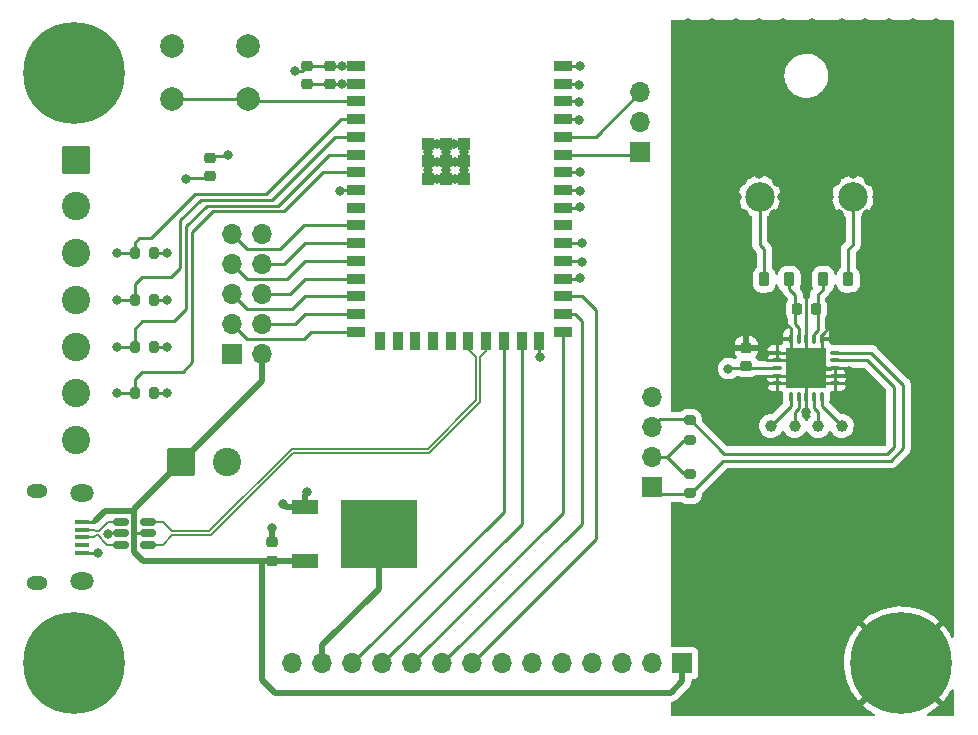
<source format=gbr>
%TF.GenerationSoftware,KiCad,Pcbnew,6.0.10+dfsg-2*%
%TF.CreationDate,2023-02-01T09:38:30-05:00*%
%TF.ProjectId,ParentsStove,50617265-6e74-4735-9374-6f76652e6b69,rev?*%
%TF.SameCoordinates,Original*%
%TF.FileFunction,Copper,L1,Top*%
%TF.FilePolarity,Positive*%
%FSLAX46Y46*%
G04 Gerber Fmt 4.6, Leading zero omitted, Abs format (unit mm)*
G04 Created by KiCad (PCBNEW 6.0.10+dfsg-2) date 2023-02-01 09:38:30*
%MOMM*%
%LPD*%
G01*
G04 APERTURE LIST*
G04 Aperture macros list*
%AMRoundRect*
0 Rectangle with rounded corners*
0 $1 Rounding radius*
0 $2 $3 $4 $5 $6 $7 $8 $9 X,Y pos of 4 corners*
0 Add a 4 corners polygon primitive as box body*
4,1,4,$2,$3,$4,$5,$6,$7,$8,$9,$2,$3,0*
0 Add four circle primitives for the rounded corners*
1,1,$1+$1,$2,$3*
1,1,$1+$1,$4,$5*
1,1,$1+$1,$6,$7*
1,1,$1+$1,$8,$9*
0 Add four rect primitives between the rounded corners*
20,1,$1+$1,$2,$3,$4,$5,0*
20,1,$1+$1,$4,$5,$6,$7,0*
20,1,$1+$1,$6,$7,$8,$9,0*
20,1,$1+$1,$8,$9,$2,$3,0*%
G04 Aperture macros list end*
%TA.AperFunction,SMDPad,CuDef*%
%ADD10RoundRect,0.071100X-0.678900X-0.378900X0.678900X-0.378900X0.678900X0.378900X-0.678900X0.378900X0*%
%TD*%
%TA.AperFunction,SMDPad,CuDef*%
%ADD11RoundRect,0.071100X0.378900X-0.678900X0.378900X0.678900X-0.378900X0.678900X-0.378900X-0.678900X0*%
%TD*%
%TA.AperFunction,SMDPad,CuDef*%
%ADD12RoundRect,0.071100X0.678900X0.378900X-0.678900X0.378900X-0.678900X-0.378900X0.678900X-0.378900X0*%
%TD*%
%TA.AperFunction,SMDPad,CuDef*%
%ADD13RoundRect,0.086900X0.463100X0.463100X-0.463100X0.463100X-0.463100X-0.463100X0.463100X-0.463100X0*%
%TD*%
%TA.AperFunction,ComponentPad*%
%ADD14C,0.800000*%
%TD*%
%TA.AperFunction,SMDPad,CuDef*%
%ADD15R,1.300000X0.450000*%
%TD*%
%TA.AperFunction,ComponentPad*%
%ADD16O,1.800000X1.150000*%
%TD*%
%TA.AperFunction,ComponentPad*%
%ADD17O,2.000000X1.450000*%
%TD*%
%TA.AperFunction,SMDPad,CuDef*%
%ADD18RoundRect,0.150000X-0.512500X-0.150000X0.512500X-0.150000X0.512500X0.150000X-0.512500X0.150000X0*%
%TD*%
%TA.AperFunction,SMDPad,CuDef*%
%ADD19RoundRect,0.225000X0.250000X-0.225000X0.250000X0.225000X-0.250000X0.225000X-0.250000X-0.225000X0*%
%TD*%
%TA.AperFunction,SMDPad,CuDef*%
%ADD20RoundRect,0.200000X0.275000X-0.200000X0.275000X0.200000X-0.275000X0.200000X-0.275000X-0.200000X0*%
%TD*%
%TA.AperFunction,SMDPad,CuDef*%
%ADD21RoundRect,0.200000X-0.200000X-0.275000X0.200000X-0.275000X0.200000X0.275000X-0.200000X0.275000X0*%
%TD*%
%TA.AperFunction,SMDPad,CuDef*%
%ADD22RoundRect,0.075000X-0.075000X0.325000X-0.075000X-0.325000X0.075000X-0.325000X0.075000X0.325000X0*%
%TD*%
%TA.AperFunction,SMDPad,CuDef*%
%ADD23RoundRect,0.075000X-0.325000X0.075000X-0.325000X-0.075000X0.325000X-0.075000X0.325000X0.075000X0*%
%TD*%
%TA.AperFunction,SMDPad,CuDef*%
%ADD24R,3.350000X3.350000*%
%TD*%
%TA.AperFunction,ComponentPad*%
%ADD25RoundRect,0.250001X-0.949999X-0.949999X0.949999X-0.949999X0.949999X0.949999X-0.949999X0.949999X0*%
%TD*%
%TA.AperFunction,ComponentPad*%
%ADD26C,2.400000*%
%TD*%
%TA.AperFunction,SMDPad,CuDef*%
%ADD27RoundRect,0.218750X0.218750X0.381250X-0.218750X0.381250X-0.218750X-0.381250X0.218750X-0.381250X0*%
%TD*%
%TA.AperFunction,SMDPad,CuDef*%
%ADD28RoundRect,0.200000X-0.275000X0.200000X-0.275000X-0.200000X0.275000X-0.200000X0.275000X0.200000X0*%
%TD*%
%TA.AperFunction,SMDPad,CuDef*%
%ADD29RoundRect,0.218750X-0.218750X-0.381250X0.218750X-0.381250X0.218750X0.381250X-0.218750X0.381250X0*%
%TD*%
%TA.AperFunction,ComponentPad*%
%ADD30R,1.700000X1.700000*%
%TD*%
%TA.AperFunction,ComponentPad*%
%ADD31O,1.700000X1.700000*%
%TD*%
%TA.AperFunction,ComponentPad*%
%ADD32C,2.000000*%
%TD*%
%TA.AperFunction,SMDPad,CuDef*%
%ADD33C,1.000000*%
%TD*%
%TA.AperFunction,SMDPad,CuDef*%
%ADD34RoundRect,0.225000X0.225000X0.250000X-0.225000X0.250000X-0.225000X-0.250000X0.225000X-0.250000X0*%
%TD*%
%TA.AperFunction,ComponentPad*%
%ADD35C,0.900000*%
%TD*%
%TA.AperFunction,ComponentPad*%
%ADD36C,8.600000*%
%TD*%
%TA.AperFunction,SMDPad,CuDef*%
%ADD37R,2.200000X1.200000*%
%TD*%
%TA.AperFunction,SMDPad,CuDef*%
%ADD38R,6.400000X5.800000*%
%TD*%
%TA.AperFunction,ComponentPad*%
%ADD39RoundRect,0.250001X-0.949999X0.949999X-0.949999X-0.949999X0.949999X-0.949999X0.949999X0.949999X0*%
%TD*%
%TA.AperFunction,ComponentPad*%
%ADD40C,2.500000*%
%TD*%
%TA.AperFunction,ViaPad*%
%ADD41C,0.800000*%
%TD*%
%TA.AperFunction,Conductor*%
%ADD42C,0.250000*%
%TD*%
%TA.AperFunction,Conductor*%
%ADD43C,0.500000*%
%TD*%
%TA.AperFunction,Conductor*%
%ADD44C,0.200000*%
%TD*%
G04 APERTURE END LIST*
D10*
%TO.P,U5,1,GND*%
%TO.N,GND*%
X133890000Y-84425000D03*
%TO.P,U5,2,3.3v*%
%TO.N,+3V3*%
X133890000Y-85925000D03*
%TO.P,U5,3,IO0*%
%TO.N,/BootMode*%
X133890000Y-87425000D03*
%TO.P,U5,4,IO1*%
%TO.N,/Cancel*%
X133890000Y-88925000D03*
%TO.P,U5,5,IO2*%
%TO.N,/Door Unlocked*%
X133890000Y-90425000D03*
%TO.P,U5,6,IO3*%
%TO.N,/Door Locked*%
X133890000Y-91925000D03*
%TO.P,U5,7,IO4*%
%TO.N,/Door Open*%
X133890000Y-93425000D03*
%TO.P,U5,8,IO5*%
%TO.N,/LED*%
X133890000Y-94925000D03*
%TO.P,U5,9,IO6*%
%TO.N,unconnected-(U5-Pad9)*%
X133890000Y-96425000D03*
%TO.P,U5,10,IO7*%
%TO.N,/LCD_DC*%
X133890000Y-97925000D03*
%TO.P,U5,11,IO8*%
%TO.N,/LCD_RST*%
X133890000Y-99425000D03*
%TO.P,U5,12,IO9*%
%TO.N,/LCD_BCKL*%
X133890000Y-100925000D03*
%TO.P,U5,13,IO10*%
%TO.N,/SPI2_CS0*%
X133890000Y-102425000D03*
%TO.P,U5,14,IO11*%
%TO.N,/SPI2_MOSI*%
X133890000Y-103925000D03*
%TO.P,U5,15,IO12*%
%TO.N,/SPI2_SCLK*%
X133890000Y-105425000D03*
%TO.P,U5,16,IO13*%
%TO.N,/SPI2_MISO*%
X133890000Y-106925000D03*
D11*
%TO.P,U5,17,IO14*%
%TO.N,unconnected-(U5-Pad17)*%
X135890000Y-107675000D03*
%TO.P,U5,18,IO15*%
%TO.N,unconnected-(U5-Pad18)*%
X137390000Y-107675000D03*
%TO.P,U5,19,IO16*%
%TO.N,unconnected-(U5-Pad19)*%
X138890000Y-107675000D03*
%TO.P,U5,20,IO17*%
%TO.N,unconnected-(U5-Pad20)*%
X140390000Y-107675000D03*
%TO.P,U5,21,IO18*%
%TO.N,unconnected-(U5-Pad21)*%
X141890000Y-107675000D03*
%TO.P,U5,22,IO19*%
%TO.N,/IC_USB_D-*%
X143390000Y-107675000D03*
%TO.P,U5,23,IO20*%
%TO.N,/IC_USB_D+*%
X144890000Y-107675000D03*
%TO.P,U5,24,IO21*%
%TO.N,/Convection_A*%
X146390000Y-107675000D03*
%TO.P,U5,25,IO26*%
%TO.N,/Broil_Convection_B*%
X147890000Y-107675000D03*
%TO.P,U5,26,GND*%
%TO.N,GND*%
X149390000Y-107675000D03*
D12*
%TO.P,U5,27,IO33*%
%TO.N,/Broil_A*%
X151390000Y-106925000D03*
%TO.P,U5,28,IO34*%
%TO.N,/Bake_B*%
X151390000Y-105425000D03*
%TO.P,U5,29,IO35*%
%TO.N,/Bake_A*%
X151390000Y-103925000D03*
%TO.P,U5,30,IO36*%
%TO.N,/Fan_High*%
X151390000Y-102425000D03*
%TO.P,U5,31,IO37*%
%TO.N,/Fan_Low*%
X151390000Y-100925000D03*
%TO.P,U5,32,IO38*%
%TO.N,/Light*%
X151390000Y-99425000D03*
%TO.P,U5,33,IO39*%
%TO.N,unconnected-(U5-Pad33)*%
X151390000Y-97925000D03*
%TO.P,U5,34,IO40*%
%TO.N,/Cooling Fan*%
X151390000Y-96425000D03*
%TO.P,U5,35,IO41*%
%TO.N,/Down_Draft_High*%
X151390000Y-94925000D03*
%TO.P,U5,36,IO42*%
%TO.N,/Down_Draft_Low*%
X151390000Y-93425000D03*
%TO.P,U5,37,TXD0*%
%TO.N,/UART_TX*%
X151390000Y-91925000D03*
%TO.P,U5,38,RXD0*%
%TO.N,/UART_RX*%
X151390000Y-90425000D03*
%TO.P,U5,39,IO45*%
%TO.N,/SDA*%
X151390000Y-88925000D03*
%TO.P,U5,40,IO46*%
%TO.N,/SCL*%
X151390000Y-87425000D03*
%TO.P,U5,41,EN*%
%TO.N,+3V3*%
X151390000Y-85925000D03*
%TO.P,U5,42,GND*%
%TO.N,GND*%
X151390000Y-84425000D03*
D13*
%TO.P,U5,43,GND*%
X140000000Y-91000000D03*
D14*
X140690000Y-91000000D03*
D13*
X140000000Y-92500000D03*
D14*
X142290000Y-94000000D03*
D13*
X141500000Y-94000000D03*
X143000000Y-91000000D03*
D14*
X139990000Y-93225000D03*
D13*
X140000000Y-94000000D03*
D14*
X142987200Y-93231800D03*
X140690000Y-92525000D03*
D13*
X141500000Y-91000000D03*
D14*
X142290000Y-92525000D03*
D13*
X143000000Y-92500000D03*
D14*
X141490000Y-91725000D03*
D13*
X143000000Y-94000000D03*
D14*
X139990000Y-91725000D03*
X142990000Y-91725000D03*
D13*
X141500000Y-92500000D03*
D14*
X141500000Y-93225000D03*
X142190000Y-91000000D03*
X140690000Y-94000000D03*
%TD*%
D15*
%TO.P,J1,1,VBUS*%
%TO.N,+5V*%
X110700000Y-123025000D03*
%TO.P,J1,2,D-*%
%TO.N,/USB_B_D-*%
X110700000Y-123675000D03*
%TO.P,J1,3,D+*%
%TO.N,/USB_B_D+*%
X110700000Y-124325000D03*
%TO.P,J1,4,ID*%
%TO.N,unconnected-(J1-Pad4)*%
X110700000Y-124975000D03*
%TO.P,J1,5,GND*%
%TO.N,GND*%
X110700000Y-125625000D03*
D16*
%TO.P,J1,6,Shield*%
X106850000Y-128200000D03*
D17*
X110650000Y-120600000D03*
D16*
X106850000Y-120450000D03*
D17*
X110650000Y-128050000D03*
%TD*%
D18*
%TO.P,U4,1,I/O1*%
%TO.N,/USB_B_D-*%
X113962500Y-123050000D03*
%TO.P,U4,2,GND*%
%TO.N,GND*%
X113962500Y-124000000D03*
%TO.P,U4,3,I/O2*%
%TO.N,/USB_B_D+*%
X113962500Y-124950000D03*
%TO.P,U4,4,I/O2*%
%TO.N,/IC_USB_D+*%
X116237500Y-124950000D03*
%TO.P,U4,5,VBUS*%
%TO.N,+5V*%
X116237500Y-124000000D03*
%TO.P,U4,6,I/O1*%
%TO.N,/IC_USB_D-*%
X116237500Y-123050000D03*
%TD*%
D19*
%TO.P,C2,1*%
%TO.N,+3V3*%
X166900000Y-109825000D03*
%TO.P,C2,2*%
%TO.N,GND*%
X166900000Y-108275000D03*
%TD*%
D20*
%TO.P,R2,1*%
%TO.N,+3V3*%
X162143000Y-116062500D03*
%TO.P,R2,2*%
%TO.N,/SCL*%
X162143000Y-114412500D03*
%TD*%
D21*
%TO.P,R4,1*%
%TO.N,/Door Unlocked*%
X115115000Y-104236000D03*
%TO.P,R4,2*%
%TO.N,GND*%
X116765000Y-104236000D03*
%TD*%
D19*
%TO.P,C13,1*%
%TO.N,+3V3*%
X131690000Y-85975000D03*
%TO.P,C13,2*%
%TO.N,GND*%
X131690000Y-84425000D03*
%TD*%
D22*
%TO.P,U1,1,GND_1*%
%TO.N,GND*%
X173300000Y-107550000D03*
%TO.P,U1,2,VIN+*%
%TO.N,Net-(C1-Pad1)*%
X172650000Y-107550000D03*
%TO.P,U1,3,GND_2*%
%TO.N,GND*%
X172000000Y-107550000D03*
%TO.P,U1,4,VIN-*%
%TO.N,Net-(C1-Pad2)*%
X171350000Y-107550000D03*
%TO.P,U1,5,GND_3*%
%TO.N,GND*%
X170700000Y-107550000D03*
D23*
%TO.P,U1,6,GND_4*%
X169550000Y-108700000D03*
%TO.P,U1,7,GND_5*%
X169550000Y-109350000D03*
%TO.P,U1,8,VDD*%
%TO.N,+3V3*%
X169550000Y-110000000D03*
%TO.P,U1,9,GND_6*%
%TO.N,GND*%
X169550000Y-110650000D03*
%TO.P,U1,10,GND_7*%
X169550000Y-111300000D03*
D22*
%TO.P,U1,11,ALERT1*%
%TO.N,Net-(TP1-Pad1)*%
X170700000Y-112450000D03*
%TO.P,U1,12,ALERT2*%
%TO.N,Net-(TP2-Pad1)*%
X171350000Y-112450000D03*
%TO.P,U1,13,GND_8*%
%TO.N,GND*%
X172000000Y-112450000D03*
%TO.P,U1,14,ALERT3*%
%TO.N,Net-(TP3-Pad1)*%
X172650000Y-112450000D03*
%TO.P,U1,15,ALERT4*%
%TO.N,Net-(TP4-Pad1)*%
X173300000Y-112450000D03*
D23*
%TO.P,U1,16,ADDR*%
%TO.N,GND*%
X174450000Y-111300000D03*
%TO.P,U1,17,GND_9*%
X174450000Y-110650000D03*
%TO.P,U1,18,GND_10*%
X174450000Y-110000000D03*
%TO.P,U1,19,SCL*%
%TO.N,/SCL*%
X174450000Y-109350000D03*
%TO.P,U1,20,SDA*%
%TO.N,/SDA*%
X174450000Y-108700000D03*
D24*
%TO.P,U1,21,EP*%
%TO.N,GND*%
X172000000Y-110000000D03*
%TD*%
D25*
%TO.P,J7,1,Pin_1*%
%TO.N,+5V*%
X119020000Y-117982500D03*
D26*
%TO.P,J7,2,Pin_2*%
%TO.N,GND*%
X122980000Y-117982500D03*
%TD*%
D27*
%TO.P,FB1,1*%
%TO.N,Net-(FB1-Pad1)*%
X175562500Y-102500000D03*
%TO.P,FB1,2*%
%TO.N,Net-(C1-Pad1)*%
X173437500Y-102500000D03*
%TD*%
D19*
%TO.P,C11,1*%
%TO.N,+5V*%
X126725000Y-126300000D03*
%TO.P,C11,2*%
%TO.N,GND*%
X126725000Y-124750000D03*
%TD*%
D28*
%TO.P,R1,1*%
%TO.N,+3V3*%
X162143000Y-118937500D03*
%TO.P,R1,2*%
%TO.N,/SDA*%
X162143000Y-120587500D03*
%TD*%
D21*
%TO.P,R6,1*%
%TO.N,/Door Open*%
X115115000Y-112156000D03*
%TO.P,R6,2*%
%TO.N,GND*%
X116765000Y-112156000D03*
%TD*%
%TO.P,R5,1*%
%TO.N,/Door Locked*%
X115115000Y-108196000D03*
%TO.P,R5,2*%
%TO.N,GND*%
X116765000Y-108196000D03*
%TD*%
D29*
%TO.P,FB2,1*%
%TO.N,Net-(FB2-Pad1)*%
X168437500Y-102500000D03*
%TO.P,FB2,2*%
%TO.N,Net-(C1-Pad2)*%
X170562500Y-102500000D03*
%TD*%
D21*
%TO.P,R3,1*%
%TO.N,/Cancel*%
X115115000Y-100276000D03*
%TO.P,R3,2*%
%TO.N,GND*%
X116765000Y-100276000D03*
%TD*%
D19*
%TO.P,C3,1*%
%TO.N,+3V3*%
X121500000Y-93775000D03*
%TO.P,C3,2*%
%TO.N,GND*%
X121500000Y-92225000D03*
%TD*%
D30*
%TO.P,J6,1,Pin_1*%
%TO.N,+3V3*%
X123400000Y-108834000D03*
D31*
%TO.P,J6,2,Pin_2*%
%TO.N,+5V*%
X125940000Y-108834000D03*
%TO.P,J6,3,Pin_3*%
%TO.N,/SPI2_MISO*%
X123400000Y-106294000D03*
%TO.P,J6,4,Pin_4*%
%TO.N,/SPI2_SCLK*%
X125940000Y-106294000D03*
%TO.P,J6,5,Pin_5*%
%TO.N,/SPI2_MOSI*%
X123400000Y-103754000D03*
%TO.P,J6,6,Pin_6*%
%TO.N,/SPI2_CS0*%
X125940000Y-103754000D03*
%TO.P,J6,7,Pin_7*%
%TO.N,/LCD_BCKL*%
X123400000Y-101214000D03*
%TO.P,J6,8,Pin_8*%
%TO.N,/LCD_RST*%
X125940000Y-101214000D03*
%TO.P,J6,9,Pin_9*%
%TO.N,/LCD_DC*%
X123400000Y-98674000D03*
%TO.P,J6,10,Pin_10*%
%TO.N,GND*%
X125940000Y-98674000D03*
%TD*%
D30*
%TO.P,J3,1,Pin_1*%
%TO.N,/UART_TX*%
X157952000Y-91700000D03*
D31*
%TO.P,J3,2,Pin_2*%
%TO.N,GND*%
X157952000Y-89160000D03*
%TO.P,J3,3,Pin_3*%
%TO.N,/UART_RX*%
X157952000Y-86620000D03*
%TD*%
D32*
%TO.P,SW1,1,1*%
%TO.N,GND*%
X118250000Y-82750000D03*
X124750000Y-82750000D03*
%TO.P,SW1,2,2*%
%TO.N,/BootMode*%
X118250000Y-87250000D03*
X124750000Y-87250000D03*
%TD*%
D33*
%TO.P,TP1,1,1*%
%TO.N,Net-(TP1-Pad1)*%
X169000000Y-114910000D03*
%TD*%
D34*
%TO.P,C1,1*%
%TO.N,Net-(C1-Pad1)*%
X172775000Y-105000000D03*
%TO.P,C1,2*%
%TO.N,Net-(C1-Pad2)*%
X171225000Y-105000000D03*
%TD*%
D35*
%TO.P,H4,1,1*%
%TO.N,GND*%
X110000000Y-81775000D03*
X110000000Y-88225000D03*
X112280419Y-87280419D03*
X113225000Y-85000000D03*
X107719581Y-87280419D03*
X106775000Y-85000000D03*
X112280419Y-82719581D03*
X107719581Y-82719581D03*
D36*
X110000000Y-85000000D03*
%TD*%
D35*
%TO.P,H3,1,1*%
%TO.N,GND*%
X180000000Y-131775000D03*
X177719581Y-137280419D03*
X176775000Y-135000000D03*
D36*
X180000000Y-135000000D03*
D35*
X177719581Y-132719581D03*
X182280419Y-132719581D03*
X183225000Y-135000000D03*
X182280419Y-137280419D03*
X180000000Y-138225000D03*
%TD*%
D30*
%TO.P,J5,1,Pin_1*%
%TO.N,+5V*%
X161500000Y-135000000D03*
D31*
%TO.P,J5,2,Pin_2*%
%TO.N,/Down_Draft_Low*%
X158960000Y-135000000D03*
%TO.P,J5,3,Pin_3*%
%TO.N,/Down_Draft_High*%
X156420000Y-135000000D03*
%TO.P,J5,4,Pin_4*%
%TO.N,/Cooling Fan*%
X153880000Y-135000000D03*
%TO.P,J5,5,Pin_5*%
%TO.N,/Light*%
X151340000Y-135000000D03*
%TO.P,J5,6,Pin_6*%
%TO.N,/Fan_Low*%
X148800000Y-135000000D03*
%TO.P,J5,7,Pin_7*%
%TO.N,/Fan_High*%
X146260000Y-135000000D03*
%TO.P,J5,8,Pin_8*%
%TO.N,/Bake_A*%
X143720000Y-135000000D03*
%TO.P,J5,9,Pin_9*%
%TO.N,/Bake_B*%
X141180000Y-135000000D03*
%TO.P,J5,10,Pin_10*%
%TO.N,/Broil_A*%
X138640000Y-135000000D03*
%TO.P,J5,11,Pin_11*%
%TO.N,/Broil_Convection_B*%
X136100000Y-135000000D03*
%TO.P,J5,12,Pin_12*%
%TO.N,/Convection_A*%
X133560000Y-135000000D03*
%TO.P,J5,13,Pin_13*%
%TO.N,+3V3*%
X131020000Y-135000000D03*
%TO.P,J5,14,Pin_14*%
%TO.N,GND*%
X128480000Y-135000000D03*
%TD*%
D30*
%TO.P,J4,1,Pin_1*%
%TO.N,/SDA*%
X158968000Y-120040000D03*
D31*
%TO.P,J4,2,Pin_2*%
%TO.N,+3V3*%
X158968000Y-117500000D03*
%TO.P,J4,3,Pin_3*%
%TO.N,/SCL*%
X158968000Y-114960000D03*
%TO.P,J4,4,Pin_4*%
%TO.N,GND*%
X158968000Y-112420000D03*
%TD*%
D33*
%TO.P,TP2,1,1*%
%TO.N,Net-(TP2-Pad1)*%
X171000000Y-114910000D03*
%TD*%
D19*
%TO.P,C12,1*%
%TO.N,+3V3*%
X129690000Y-85975000D03*
%TO.P,C12,2*%
%TO.N,GND*%
X129690000Y-84425000D03*
%TD*%
D37*
%TO.P,U2,1,GND*%
%TO.N,GND*%
X129525000Y-121745000D03*
D38*
%TO.P,U2,2,VO*%
%TO.N,+3V3*%
X135825000Y-124025000D03*
D37*
%TO.P,U2,3,VI*%
%TO.N,+5V*%
X129525000Y-126305000D03*
%TD*%
D33*
%TO.P,TP3,1,1*%
%TO.N,Net-(TP3-Pad1)*%
X173000000Y-114910000D03*
%TD*%
D35*
%TO.P,H5,1,1*%
%TO.N,GND*%
X107719581Y-132719581D03*
X112280419Y-137280419D03*
X106775000Y-135000000D03*
X110000000Y-131775000D03*
X113225000Y-135000000D03*
X110000000Y-138225000D03*
D36*
X110000000Y-135000000D03*
D35*
X107719581Y-137280419D03*
X112280419Y-132719581D03*
%TD*%
D33*
%TO.P,TP4,1,1*%
%TO.N,Net-(TP4-Pad1)*%
X175000000Y-114910000D03*
%TD*%
D39*
%TO.P,J2,1,Pin_1*%
%TO.N,unconnected-(J2-Pad1)*%
X110140000Y-92356000D03*
D26*
%TO.P,J2,2,Pin_2*%
%TO.N,+3V3*%
X110140000Y-96316000D03*
%TO.P,J2,3,Pin_3*%
%TO.N,/Cancel*%
X110140000Y-100276000D03*
%TO.P,J2,4,Pin_4*%
%TO.N,/Door Unlocked*%
X110140000Y-104236000D03*
%TO.P,J2,5,Pin_5*%
%TO.N,/Door Locked*%
X110140000Y-108196000D03*
%TO.P,J2,6,Pin_6*%
%TO.N,/Door Open*%
X110140000Y-112156000D03*
%TO.P,J2,7,Pin_7*%
%TO.N,+3V3*%
X110140000Y-116116000D03*
%TD*%
D40*
%TO.P,TC1,1,+*%
%TO.N,Net-(FB1-Pad1)*%
X175950000Y-95500000D03*
%TO.P,TC1,2,-*%
%TO.N,Net-(FB2-Pad1)*%
X168050000Y-95500000D03*
%TD*%
D41*
%TO.N,+3V3*%
X165400000Y-110050000D03*
X119500000Y-94000000D03*
X152750000Y-86000000D03*
X132690000Y-85925000D03*
%TO.N,GND*%
X112000000Y-125625000D03*
X175940000Y-93556000D03*
X183000000Y-80750000D03*
X184000000Y-81750000D03*
X175574000Y-111290000D03*
X173000000Y-111000000D03*
X170000000Y-116000000D03*
X172000000Y-110000000D03*
X166750000Y-102000000D03*
X178250000Y-107500000D03*
X117883750Y-112156000D03*
X164750000Y-114750000D03*
X184000000Y-93750000D03*
X178000000Y-114750000D03*
X177000000Y-111000000D03*
X167750000Y-113750000D03*
X184000000Y-87750000D03*
X179750000Y-119750000D03*
X161000000Y-97750000D03*
X169500000Y-105500000D03*
X117883750Y-100276000D03*
X166750000Y-99000000D03*
X132690000Y-84425000D03*
X166000000Y-111500000D03*
X165000000Y-124000000D03*
X166750000Y-103250000D03*
X177340000Y-94156000D03*
X161000000Y-95750000D03*
X174740000Y-96956000D03*
X161000000Y-99750000D03*
X168487500Y-108850000D03*
X173000000Y-100750000D03*
X179000000Y-80750000D03*
X184000000Y-99750000D03*
X165000000Y-126250000D03*
X184000000Y-113750000D03*
X165000000Y-130500000D03*
X166750000Y-100750000D03*
X161000000Y-107750000D03*
X152815000Y-84425000D03*
X177940000Y-95556000D03*
X170000000Y-80750000D03*
X161750000Y-112750000D03*
X178000000Y-112000000D03*
X126725000Y-123525000D03*
X181250000Y-115250000D03*
X182000000Y-119750000D03*
X184000000Y-119750000D03*
X184000000Y-83750000D03*
X166750000Y-96956000D03*
X166540000Y-94156000D03*
X176000000Y-116000000D03*
X149440000Y-109075000D03*
X184000000Y-111750000D03*
X161000000Y-89750000D03*
X123000000Y-92000000D03*
X161000000Y-83750000D03*
X166000000Y-80750000D03*
X167000000Y-134800000D03*
X177050000Y-98750000D03*
X177000000Y-102000000D03*
X177000000Y-103250000D03*
X128690000Y-84825000D03*
X173250000Y-119750000D03*
X167000000Y-130500000D03*
X169000000Y-119750000D03*
X175750000Y-104000000D03*
X171000000Y-119750000D03*
X163750000Y-111250000D03*
X169500000Y-100750000D03*
X168487500Y-111350000D03*
X167000000Y-119750000D03*
X172000000Y-103000000D03*
X178000000Y-113500000D03*
X162000000Y-80750000D03*
X184000000Y-91750000D03*
X179500000Y-108750000D03*
X175500000Y-119750000D03*
X172500000Y-80750000D03*
X168000000Y-104000000D03*
X177000000Y-80750000D03*
X178000000Y-116000000D03*
X184000000Y-101750000D03*
X175574000Y-110274000D03*
X165000000Y-121750000D03*
X165000000Y-108500000D03*
X175000000Y-80750000D03*
X164000000Y-80750000D03*
X129725000Y-120525000D03*
X161000000Y-93750000D03*
X166000000Y-116000000D03*
X174000000Y-116000000D03*
X177750000Y-119750000D03*
X169940000Y-95556000D03*
X161750000Y-111250000D03*
X171000000Y-111000000D03*
X174500000Y-100750000D03*
X165000000Y-128500000D03*
X167000000Y-132800000D03*
X168000000Y-93556000D03*
X163500000Y-113000000D03*
X181000000Y-80750000D03*
X168000000Y-80750000D03*
X169500000Y-112500000D03*
X173940000Y-95556000D03*
X173000000Y-109000000D03*
X181250000Y-117250000D03*
X180000000Y-118500000D03*
X127725000Y-121525000D03*
X184000000Y-105750000D03*
X161000000Y-87750000D03*
X184000000Y-109750000D03*
X181250000Y-113000000D03*
X161000000Y-103750000D03*
X161000000Y-81750000D03*
X169500000Y-104000000D03*
X174540000Y-94156000D03*
X117883750Y-108196000D03*
X161000000Y-85750000D03*
X112900000Y-124025000D03*
X169250000Y-99000000D03*
X169500000Y-107000000D03*
X172000000Y-113750000D03*
X184000000Y-103750000D03*
X184000000Y-117750000D03*
X167000000Y-138800000D03*
X161000000Y-91750000D03*
X174750000Y-99000000D03*
X172000000Y-116000000D03*
X171000000Y-109000000D03*
X174500000Y-112500000D03*
X184000000Y-89750000D03*
X162750000Y-108750000D03*
X169250000Y-96956000D03*
X161000000Y-105750000D03*
X175000000Y-107500000D03*
X176500000Y-107500000D03*
X117883750Y-104236000D03*
X166140000Y-95556000D03*
X174500000Y-105750000D03*
X165000000Y-119750000D03*
X184000000Y-107750000D03*
X167000000Y-136800000D03*
X168000000Y-116000000D03*
X171000000Y-100750000D03*
X174500000Y-104000000D03*
X169540000Y-94250000D03*
X181000000Y-110500000D03*
X177000000Y-100750000D03*
X184000000Y-97750000D03*
X166938000Y-106718000D03*
X161000000Y-101750000D03*
X184000000Y-85750000D03*
X184000000Y-115750000D03*
X184000000Y-95750000D03*
X177140000Y-96956000D03*
%TO.N,/Door Locked*%
X113640000Y-108196000D03*
%TO.N,/Door Unlocked*%
X113640000Y-104236000D03*
%TO.N,/Door Open*%
X113640000Y-112156000D03*
%TO.N,/Fan_High*%
X152800000Y-102400000D03*
%TO.N,/Fan_Low*%
X153000000Y-101000000D03*
%TO.N,/Down_Draft_High*%
X152800000Y-95000000D03*
%TO.N,/Down_Draft_Low*%
X152800000Y-93400000D03*
%TO.N,/Cooling Fan*%
X152800000Y-96400000D03*
%TO.N,/Cancel*%
X113640000Y-100276000D03*
%TO.N,/SDA*%
X152750000Y-89000000D03*
%TO.N,/SCL*%
X152750000Y-87500000D03*
%TO.N,/Light*%
X153000000Y-99400000D03*
%TO.N,/LED*%
X132500000Y-95000000D03*
%TD*%
D42*
%TO.N,Net-(C1-Pad1)*%
X172950000Y-105000000D02*
X172950000Y-106800000D01*
X172950000Y-105000000D02*
X172950000Y-103800000D01*
X172950000Y-106800000D02*
X172650000Y-107100000D01*
X172950000Y-103800000D02*
X173437500Y-103312500D01*
X173437500Y-103312500D02*
X173437500Y-102500000D01*
X172650000Y-107100000D02*
X172650000Y-107550000D01*
%TO.N,Net-(C1-Pad2)*%
X171050000Y-103800000D02*
X171050000Y-105000000D01*
X171350000Y-107550000D02*
X171350000Y-106600000D01*
X171350000Y-106600000D02*
X171050000Y-106300000D01*
X171050000Y-106300000D02*
X171050000Y-105000000D01*
X170562500Y-102500000D02*
X170562500Y-103312500D01*
X170562500Y-103312500D02*
X171050000Y-103800000D01*
%TO.N,+3V3*%
X133890000Y-85925000D02*
X132690000Y-85925000D01*
X166900000Y-110000000D02*
X165450000Y-110000000D01*
X152750000Y-86000000D02*
X152675000Y-85925000D01*
D43*
X131020000Y-135000000D02*
X131020000Y-133480000D01*
D42*
X152675000Y-85925000D02*
X151390000Y-85925000D01*
X162143000Y-118850000D02*
X161588000Y-118850000D01*
X131740000Y-85925000D02*
X131690000Y-85975000D01*
D43*
X135825000Y-124025000D02*
X135825000Y-128675000D01*
D42*
X165450000Y-110000000D02*
X165400000Y-110050000D01*
X169550000Y-110000000D02*
X166900000Y-110000000D01*
X121500000Y-93950000D02*
X119550000Y-93950000D01*
D43*
X131020000Y-133480000D02*
X135825000Y-128675000D01*
D42*
X160238000Y-117500000D02*
X158968000Y-117500000D01*
X161588000Y-118850000D02*
X160238000Y-117500000D01*
X131690000Y-85975000D02*
X129690000Y-85975000D01*
X119550000Y-93950000D02*
X119500000Y-94000000D01*
X161588000Y-116150000D02*
X160238000Y-117500000D01*
X133890000Y-85925000D02*
X131740000Y-85925000D01*
X162143000Y-116150000D02*
X161588000Y-116150000D01*
%TO.N,GND*%
X174450000Y-110650000D02*
X175442000Y-110650000D01*
X175554000Y-110000000D02*
X175574000Y-110020000D01*
X169550000Y-109350000D02*
X171350000Y-109350000D01*
X168554000Y-109350000D02*
X168554000Y-108916500D01*
X143000000Y-91000000D02*
X143000000Y-94000000D01*
X116796250Y-112156000D02*
X117883750Y-112156000D01*
X175574000Y-110020000D02*
X175574000Y-110274000D01*
X170400000Y-106350000D02*
X170150000Y-106350000D01*
D43*
X126725000Y-124750000D02*
X126725000Y-123525000D01*
D42*
X166900000Y-106756000D02*
X166938000Y-106718000D01*
X174450000Y-110650000D02*
X172650000Y-110650000D01*
X116796250Y-104236000D02*
X117883750Y-104236000D01*
X170700000Y-108450000D02*
X170575000Y-108575000D01*
X172000000Y-112200000D02*
X172000000Y-113750000D01*
X173300000Y-107550000D02*
X173300000Y-108450000D01*
X174450000Y-111300000D02*
X173550000Y-111300000D01*
X140000000Y-92500000D02*
X143000000Y-92500000D01*
X171350000Y-109350000D02*
X172000000Y-110000000D01*
X121500000Y-92050000D02*
X122950000Y-92050000D01*
X170700000Y-106650000D02*
X170400000Y-106350000D01*
X168512000Y-108700000D02*
X168512000Y-108825500D01*
X171350000Y-110650000D02*
X171375000Y-110625000D01*
X113962500Y-124000000D02*
X112925000Y-124000000D01*
X174450000Y-110000000D02*
X173425000Y-110000000D01*
X129290000Y-84825000D02*
X128690000Y-84825000D01*
X116796250Y-100276000D02*
X117883750Y-100276000D01*
X169550000Y-111300000D02*
X170450000Y-111300000D01*
X172000000Y-107550000D02*
X172000000Y-108575000D01*
X172000000Y-107550000D02*
X172000000Y-101750000D01*
X112925000Y-124000000D02*
X112900000Y-124025000D01*
X173300000Y-108450000D02*
X173425000Y-108575000D01*
X170450000Y-111300000D02*
X170575000Y-111425000D01*
X172000000Y-112450000D02*
X172000000Y-111425000D01*
X168512000Y-108825500D02*
X168487500Y-108850000D01*
X170700000Y-107550000D02*
X170700000Y-106650000D01*
D43*
X129525000Y-120725000D02*
X129725000Y-120525000D01*
X129525000Y-121745000D02*
X129525000Y-120725000D01*
D42*
X129690000Y-84425000D02*
X129290000Y-84825000D01*
X133890000Y-84425000D02*
X132690000Y-84425000D01*
X168554000Y-108916500D02*
X168487500Y-108850000D01*
X149390000Y-107675000D02*
X149390000Y-109025000D01*
X141500000Y-94000000D02*
X141500000Y-91000000D01*
X170150000Y-106350000D02*
X169500000Y-107000000D01*
X131690000Y-84425000D02*
X132690000Y-84425000D01*
X171375000Y-110625000D02*
X172000000Y-110000000D01*
X110700000Y-125625000D02*
X112000000Y-125625000D01*
X168250000Y-111250000D02*
X168387500Y-111250000D01*
X143000000Y-94000000D02*
X140000000Y-94000000D01*
X129690000Y-84425000D02*
X131690000Y-84425000D01*
X169550000Y-109350000D02*
X168554000Y-109350000D01*
X116796250Y-108196000D02*
X117883750Y-108196000D01*
X166900000Y-108100000D02*
X166900000Y-106756000D01*
X172650000Y-110650000D02*
X172000000Y-110000000D01*
D43*
X127945000Y-121745000D02*
X127725000Y-121525000D01*
X129525000Y-121745000D02*
X127945000Y-121745000D01*
D42*
X173300000Y-107550000D02*
X173300000Y-107200000D01*
X174450000Y-111300000D02*
X175564000Y-111300000D01*
X170450000Y-108700000D02*
X170575000Y-108575000D01*
X140000000Y-94000000D02*
X140000000Y-91000000D01*
X140000000Y-91000000D02*
X143000000Y-91000000D01*
X122950000Y-92050000D02*
X123000000Y-92000000D01*
X170700000Y-107550000D02*
X170700000Y-108450000D01*
X173300000Y-107200000D02*
X174875000Y-105625000D01*
X169550000Y-111300000D02*
X168472000Y-111300000D01*
X168250000Y-110994000D02*
X168250000Y-111250000D01*
X173550000Y-111300000D02*
X173425000Y-111425000D01*
X169550000Y-108700000D02*
X168512000Y-108700000D01*
X168387500Y-111250000D02*
X168487500Y-111350000D01*
X169550000Y-108700000D02*
X170450000Y-108700000D01*
X151390000Y-84425000D02*
X152815000Y-84425000D01*
X169550000Y-110650000D02*
X168594000Y-110650000D01*
X175564000Y-111300000D02*
X175574000Y-111290000D01*
X169550000Y-110650000D02*
X171350000Y-110650000D01*
X174450000Y-110000000D02*
X175554000Y-110000000D01*
X149390000Y-109025000D02*
X149440000Y-109075000D01*
X168594000Y-110650000D02*
X168250000Y-110994000D01*
%TO.N,/Door Locked*%
X133890000Y-91925000D02*
X131575000Y-91925000D01*
X119500000Y-98000000D02*
X119500000Y-105000000D01*
X118439000Y-106061000D02*
X115750000Y-106061000D01*
X115140000Y-106671000D02*
X115140000Y-108196000D01*
X121250000Y-96250000D02*
X119500000Y-98000000D01*
X115750000Y-106061000D02*
X115140000Y-106671000D01*
X115140000Y-108196000D02*
X113640000Y-108196000D01*
X127250000Y-96250000D02*
X121250000Y-96250000D01*
X131575000Y-91925000D02*
X127250000Y-96250000D01*
X119500000Y-105000000D02*
X118439000Y-106061000D01*
%TO.N,/Door Unlocked*%
X115140000Y-102921000D02*
X115140000Y-104236000D01*
X126750000Y-95750000D02*
X120750000Y-95750000D01*
X132075000Y-90425000D02*
X126750000Y-95750000D01*
X119000000Y-101500000D02*
X118189000Y-102311000D01*
X133890000Y-90425000D02*
X132075000Y-90425000D01*
X118189000Y-102311000D02*
X115750000Y-102311000D01*
X115750000Y-102311000D02*
X115140000Y-102921000D01*
X120750000Y-95750000D02*
X119000000Y-97500000D01*
X119000000Y-97500000D02*
X119000000Y-101500000D01*
X115140000Y-104236000D02*
X113640000Y-104236000D01*
%TO.N,/Door Open*%
X133890000Y-93425000D02*
X131075000Y-93425000D01*
X120000000Y-98500000D02*
X120000000Y-109500000D01*
X127750000Y-96750000D02*
X121750000Y-96750000D01*
X115140000Y-112156000D02*
X113640000Y-112156000D01*
X131075000Y-93425000D02*
X127750000Y-96750000D01*
X115750000Y-110311000D02*
X115140000Y-110921000D01*
X121750000Y-96750000D02*
X120000000Y-98500000D01*
X120000000Y-109500000D02*
X119189000Y-110311000D01*
X119189000Y-110311000D02*
X115750000Y-110311000D01*
X115140000Y-110921000D02*
X115140000Y-112156000D01*
%TO.N,/Fan_High*%
X152775000Y-102425000D02*
X152800000Y-102400000D01*
X151390000Y-102425000D02*
X152775000Y-102425000D01*
%TO.N,/Fan_Low*%
X151390000Y-100925000D02*
X152925000Y-100925000D01*
X152925000Y-100925000D02*
X153000000Y-101000000D01*
%TO.N,/Bake_A*%
X154200000Y-105112000D02*
X154200000Y-124520000D01*
X154200000Y-124520000D02*
X143720000Y-135000000D01*
X151390000Y-103925000D02*
X153013000Y-103925000D01*
X153013000Y-103925000D02*
X154200000Y-105112000D01*
%TO.N,/Bake_B*%
X153000000Y-123180000D02*
X141180000Y-135000000D01*
X151390000Y-105425000D02*
X152425000Y-105425000D01*
X153000000Y-106000000D02*
X153000000Y-123180000D01*
X152425000Y-105425000D02*
X153000000Y-106000000D01*
%TO.N,/Broil_A*%
X151390000Y-122250000D02*
X138640000Y-135000000D01*
X151390000Y-106925000D02*
X151390000Y-122250000D01*
%TO.N,/Broil_Convection_B*%
X147890000Y-123210000D02*
X136100000Y-135000000D01*
X147890000Y-107675000D02*
X147890000Y-123210000D01*
%TO.N,/Convection_A*%
X146390000Y-107675000D02*
X146390000Y-122170000D01*
X146390000Y-122170000D02*
X133560000Y-135000000D01*
%TO.N,/Down_Draft_High*%
X151390000Y-94925000D02*
X152725000Y-94925000D01*
X152725000Y-94925000D02*
X152800000Y-95000000D01*
%TO.N,/Down_Draft_Low*%
X151390000Y-93425000D02*
X152775000Y-93425000D01*
X152775000Y-93425000D02*
X152800000Y-93400000D01*
%TO.N,/Cooling Fan*%
X152775000Y-96425000D02*
X152800000Y-96400000D01*
X151390000Y-96425000D02*
X152775000Y-96425000D01*
%TO.N,/SPI2_CS0*%
X128246000Y-103754000D02*
X129575000Y-102425000D01*
X129575000Y-102425000D02*
X133890000Y-102425000D01*
X125940000Y-103754000D02*
X128246000Y-103754000D01*
%TO.N,/LCD_BCKL*%
X124670000Y-102484000D02*
X128016000Y-102484000D01*
X129575000Y-100925000D02*
X133890000Y-100925000D01*
X123400000Y-101214000D02*
X124670000Y-102484000D01*
X128016000Y-102484000D02*
X129575000Y-100925000D01*
%TO.N,/LCD_RST*%
X129575000Y-99425000D02*
X133890000Y-99425000D01*
X125940000Y-101214000D02*
X127786000Y-101214000D01*
X127786000Y-101214000D02*
X129575000Y-99425000D01*
%TO.N,/LCD_DC*%
X124670000Y-99944000D02*
X123400000Y-98674000D01*
X124670000Y-99944000D02*
X127475000Y-99944000D01*
X129494000Y-97925000D02*
X133890000Y-97925000D01*
X127475000Y-99944000D02*
X129494000Y-97925000D01*
%TO.N,/SPI2_MISO*%
X124670000Y-107564000D02*
X129436000Y-107564000D01*
X129436000Y-107564000D02*
X130075000Y-106925000D01*
X130075000Y-106925000D02*
X133890000Y-106925000D01*
X124670000Y-107564000D02*
X123400000Y-106294000D01*
%TO.N,Net-(FB1-Pad1)*%
X175950000Y-99550000D02*
X175950000Y-95500000D01*
X175562500Y-102500000D02*
X175562500Y-99937500D01*
X175562500Y-99937500D02*
X175950000Y-99550000D01*
%TO.N,Net-(FB2-Pad1)*%
X168437500Y-102500000D02*
X168437500Y-99937500D01*
X168050000Y-99550000D02*
X168050000Y-95500000D01*
X168437500Y-99937500D02*
X168050000Y-99550000D01*
D43*
%TO.N,+5V*%
X119020000Y-117982500D02*
X125940000Y-111062500D01*
D42*
X116237500Y-124000000D02*
X115125000Y-124000000D01*
D43*
X125905000Y-126305000D02*
X115805000Y-126305000D01*
X161500000Y-135000000D02*
X161500000Y-136500000D01*
X115100000Y-122425000D02*
X115100000Y-124025000D01*
X115805000Y-126305000D02*
X115100000Y-125600000D01*
X111800000Y-122925000D02*
X112600000Y-122125000D01*
X115100000Y-121902500D02*
X119020000Y-117982500D01*
X115100000Y-122050000D02*
X115100000Y-122425000D01*
X112600000Y-122125000D02*
X115025000Y-122125000D01*
X128445000Y-126305000D02*
X125905000Y-126305000D01*
X160500000Y-137500000D02*
X127000000Y-137500000D01*
X127000000Y-137500000D02*
X125875000Y-136375000D01*
X125875000Y-136375000D02*
X125875000Y-126335000D01*
X161500000Y-136500000D02*
X160500000Y-137500000D01*
X129525000Y-126305000D02*
X128445000Y-126305000D01*
D42*
X115125000Y-124000000D02*
X115100000Y-124025000D01*
D43*
X125875000Y-126335000D02*
X125905000Y-126305000D01*
X115100000Y-125600000D02*
X115100000Y-124025000D01*
X115100000Y-122050000D02*
X115100000Y-121902500D01*
D42*
X110700000Y-123025000D02*
X111700000Y-123025000D01*
D43*
X115025000Y-122125000D02*
X115100000Y-122050000D01*
X125940000Y-111062500D02*
X125940000Y-108834000D01*
D44*
%TO.N,/USB_B_D-*%
X112101200Y-123823800D02*
X112875000Y-123050000D01*
X111823801Y-123823800D02*
X112101200Y-123823800D01*
X111675001Y-123675000D02*
X111823801Y-123823800D01*
X110700000Y-123675000D02*
X111675001Y-123675000D01*
X112875000Y-123050000D02*
X113962500Y-123050000D01*
%TO.N,/USB_B_D+*%
X111675001Y-124325000D02*
X111823801Y-124176200D01*
X113962500Y-124950000D02*
X112825000Y-124950000D01*
X112051200Y-124176200D02*
X111823801Y-124176200D01*
X110700000Y-124325000D02*
X111675001Y-124325000D01*
X112825000Y-124950000D02*
X112051200Y-124176200D01*
D42*
%TO.N,/Cancel*%
X115530500Y-99030500D02*
X115140000Y-99421000D01*
X115140000Y-100276000D02*
X113640000Y-100276000D01*
X126250000Y-95250000D02*
X120250000Y-95250000D01*
X116469500Y-99030500D02*
X115530500Y-99030500D01*
X133890000Y-88925000D02*
X132575000Y-88925000D01*
X120250000Y-95250000D02*
X116469500Y-99030500D01*
X132575000Y-88925000D02*
X126250000Y-95250000D01*
X115140000Y-99421000D02*
X115140000Y-100276000D01*
%TO.N,/UART_TX*%
X151390000Y-91925000D02*
X157727000Y-91925000D01*
X157727000Y-91925000D02*
X157952000Y-91700000D01*
%TO.N,/UART_RX*%
X154147000Y-90425000D02*
X157952000Y-86620000D01*
X151390000Y-90425000D02*
X154147000Y-90425000D01*
%TO.N,/SPI2_SCLK*%
X129575000Y-105425000D02*
X133890000Y-105425000D01*
X128706000Y-106294000D02*
X129575000Y-105425000D01*
X125940000Y-106294000D02*
X128706000Y-106294000D01*
%TO.N,/SPI2_MOSI*%
X128476000Y-105024000D02*
X129575000Y-103925000D01*
X123400000Y-103754000D02*
X124670000Y-105024000D01*
X124670000Y-105024000D02*
X128476000Y-105024000D01*
X129575000Y-103925000D02*
X133890000Y-103925000D01*
%TO.N,/SDA*%
X180200000Y-111400000D02*
X177500000Y-108700000D01*
X159603000Y-120675000D02*
X158968000Y-120040000D01*
X177500000Y-108700000D02*
X174450000Y-108700000D01*
X179160000Y-117840000D02*
X180200000Y-116800000D01*
X162143000Y-120675000D02*
X159603000Y-120675000D01*
X180200000Y-116800000D02*
X180200000Y-111400000D01*
X151390000Y-88925000D02*
X152675000Y-88925000D01*
X152675000Y-88925000D02*
X152750000Y-89000000D01*
X179160000Y-117840000D02*
X164978000Y-117840000D01*
X162143000Y-120675000D02*
X164978000Y-117840000D01*
%TO.N,/SCL*%
X179400000Y-111600000D02*
X177150000Y-109350000D01*
X178866000Y-117240000D02*
X179400000Y-116706000D01*
X165058000Y-117240000D02*
X178866000Y-117240000D01*
X162143000Y-114325000D02*
X165058000Y-117240000D01*
X152675000Y-87425000D02*
X152750000Y-87500000D01*
X151390000Y-87425000D02*
X152675000Y-87425000D01*
X162143000Y-114325000D02*
X159603000Y-114325000D01*
X177150000Y-109350000D02*
X174450000Y-109350000D01*
X179400000Y-116706000D02*
X179400000Y-111600000D01*
X159603000Y-114325000D02*
X158968000Y-114960000D01*
%TO.N,/Light*%
X152975000Y-99425000D02*
X153000000Y-99400000D01*
X151390000Y-99425000D02*
X152975000Y-99425000D01*
%TO.N,/BootMode*%
X124750000Y-87250000D02*
X118250000Y-87250000D01*
X133890000Y-87425000D02*
X124925000Y-87425000D01*
X124925000Y-87425000D02*
X124750000Y-87250000D01*
%TO.N,Net-(TP1-Pad1)*%
X170700000Y-112200000D02*
X170700000Y-113210000D01*
X170700000Y-113210000D02*
X169000000Y-114910000D01*
%TO.N,Net-(TP2-Pad1)*%
X171000000Y-113750000D02*
X171000000Y-114910000D01*
X171350000Y-113400000D02*
X171000000Y-113750000D01*
X171350000Y-112200000D02*
X171350000Y-113400000D01*
%TO.N,Net-(TP3-Pad1)*%
X172650000Y-113400000D02*
X173000000Y-113750000D01*
X172650000Y-112200000D02*
X172650000Y-113400000D01*
X173000000Y-113750000D02*
X173000000Y-114910000D01*
%TO.N,Net-(TP4-Pad1)*%
X173300000Y-112200000D02*
X173300000Y-113210000D01*
X173300000Y-113210000D02*
X175000000Y-114910000D01*
%TO.N,/LED*%
X133890000Y-94925000D02*
X132575000Y-94925000D01*
X132575000Y-94925000D02*
X132500000Y-95000000D01*
D44*
%TO.N,/IC_USB_D-*%
X139927014Y-116823800D02*
X144013800Y-112737014D01*
X116237500Y-123050000D02*
X117526200Y-123050000D01*
X144013800Y-112737014D02*
X144013800Y-109048800D01*
X117526200Y-123050000D02*
X118300000Y-123823800D01*
X143390000Y-108425000D02*
X143390000Y-107675000D01*
X128427014Y-116823800D02*
X139927014Y-116823800D01*
X121427014Y-123823800D02*
X128427014Y-116823800D01*
X144013800Y-109048800D02*
X143390000Y-108425000D01*
X118300000Y-123823800D02*
X121427014Y-123823800D01*
%TO.N,/IC_USB_D+*%
X140072986Y-117176200D02*
X144366200Y-112882986D01*
X128572986Y-117176200D02*
X140072986Y-117176200D01*
X116237500Y-124950000D02*
X117526200Y-124950000D01*
X144366200Y-112882986D02*
X144366200Y-109048800D01*
X144890000Y-108525000D02*
X144890000Y-107675000D01*
X121572986Y-124176200D02*
X128572986Y-117176200D01*
X118300000Y-124176200D02*
X121572986Y-124176200D01*
X144366200Y-109048800D02*
X144890000Y-108525000D01*
X117526200Y-124950000D02*
X118300000Y-124176200D01*
%TD*%
%TA.AperFunction,Conductor*%
%TO.N,GND*%
G36*
X184433621Y-80528502D02*
G01*
X184480114Y-80582158D01*
X184491500Y-80634500D01*
X184491500Y-132700412D01*
X184471498Y-132768533D01*
X184417842Y-132815026D01*
X184347568Y-132825130D01*
X184282988Y-132795636D01*
X184254300Y-132759662D01*
X184143936Y-132552535D01*
X184141085Y-132547713D01*
X183909974Y-132193865D01*
X183906692Y-132189297D01*
X183645030Y-131857380D01*
X183641382Y-131853155D01*
X183588103Y-131796715D01*
X183574389Y-131788705D01*
X183573517Y-131788742D01*
X183565438Y-131793772D01*
X183165717Y-132193493D01*
X182280419Y-133078790D01*
X181754332Y-133604878D01*
X180372022Y-134987188D01*
X180364408Y-135001132D01*
X180364539Y-135002965D01*
X180368790Y-135009580D01*
X181754331Y-136395121D01*
X182260492Y-136901283D01*
X182280418Y-136921209D01*
X183165716Y-137806506D01*
X183562142Y-138202932D01*
X183575903Y-138210446D01*
X183585263Y-138203989D01*
X183754244Y-138011303D01*
X183757744Y-138006935D01*
X184007073Y-137665645D01*
X184010168Y-137660987D01*
X184228160Y-137298903D01*
X184230841Y-137293964D01*
X184252204Y-137250067D01*
X184299998Y-137197567D01*
X184368589Y-137179241D01*
X184436199Y-137200907D01*
X184481362Y-137255686D01*
X184491500Y-137305203D01*
X184491500Y-139365500D01*
X184471498Y-139433621D01*
X184417842Y-139480114D01*
X184365500Y-139491500D01*
X182299988Y-139491500D01*
X182231867Y-139471498D01*
X182185374Y-139417842D01*
X182175270Y-139347568D01*
X182204764Y-139282988D01*
X182240156Y-139254612D01*
X182469131Y-139131063D01*
X182473935Y-139128188D01*
X182826563Y-138895231D01*
X182831126Y-138891916D01*
X183161658Y-138628529D01*
X183165873Y-138624852D01*
X183203823Y-138588649D01*
X183211763Y-138574890D01*
X183211713Y-138573843D01*
X183206822Y-138566032D01*
X182806507Y-138165717D01*
X181921210Y-137280419D01*
X181395122Y-136754332D01*
X180012812Y-135372022D01*
X179998868Y-135364408D01*
X179997035Y-135364539D01*
X179990420Y-135368790D01*
X178604879Y-136754331D01*
X177719581Y-137639628D01*
X177193494Y-138165716D01*
X176796736Y-138562474D01*
X176789122Y-138576418D01*
X176789171Y-138577110D01*
X176794617Y-138585274D01*
X176872268Y-138657812D01*
X176876507Y-138661433D01*
X177209802Y-138921363D01*
X177214359Y-138924602D01*
X177569448Y-139153880D01*
X177574267Y-139156696D01*
X177759196Y-139253992D01*
X177810169Y-139303411D01*
X177826332Y-139372543D01*
X177802553Y-139439440D01*
X177746383Y-139482860D01*
X177700529Y-139491500D01*
X160626000Y-139491500D01*
X160557879Y-139471498D01*
X160511386Y-139417842D01*
X160500000Y-139365500D01*
X160500000Y-138377199D01*
X160520002Y-138309078D01*
X160573658Y-138262585D01*
X160615783Y-138251614D01*
X160642339Y-138249454D01*
X160642342Y-138249453D01*
X160649637Y-138248860D01*
X160656601Y-138246604D01*
X160662560Y-138245413D01*
X160668415Y-138244029D01*
X160675681Y-138243182D01*
X160744327Y-138218265D01*
X160748455Y-138216848D01*
X160810936Y-138196607D01*
X160810938Y-138196606D01*
X160817899Y-138194351D01*
X160824154Y-138190555D01*
X160829628Y-138188049D01*
X160835058Y-138185330D01*
X160841937Y-138182833D01*
X160902976Y-138142814D01*
X160906680Y-138140477D01*
X160969107Y-138102595D01*
X160977484Y-138095197D01*
X160977508Y-138095224D01*
X160980500Y-138092571D01*
X160983733Y-138089868D01*
X160989852Y-138085856D01*
X161043128Y-138029617D01*
X161045506Y-138027175D01*
X161988911Y-137083770D01*
X162003323Y-137071384D01*
X162014918Y-137062851D01*
X162014923Y-137062846D01*
X162020818Y-137058508D01*
X162025557Y-137052930D01*
X162025560Y-137052927D01*
X162055035Y-137018232D01*
X162061965Y-137010716D01*
X162067661Y-137005020D01*
X162069924Y-137002159D01*
X162069929Y-137002154D01*
X162085293Y-136982734D01*
X162088082Y-136979333D01*
X162130592Y-136929296D01*
X162130594Y-136929294D01*
X162135333Y-136923715D01*
X162138662Y-136917195D01*
X162142028Y-136912148D01*
X162145193Y-136907024D01*
X162149735Y-136901283D01*
X162180637Y-136835164D01*
X162182565Y-136831218D01*
X162212442Y-136772708D01*
X162212443Y-136772706D01*
X162215769Y-136766192D01*
X162217508Y-136759086D01*
X162219609Y-136753436D01*
X162221524Y-136747679D01*
X162224622Y-136741050D01*
X162239491Y-136669565D01*
X162240461Y-136665282D01*
X162256473Y-136599844D01*
X162257808Y-136594390D01*
X162258500Y-136583236D01*
X162258535Y-136583238D01*
X162258775Y-136579266D01*
X162259152Y-136575045D01*
X162260641Y-136567885D01*
X162258546Y-136490458D01*
X162258500Y-136487050D01*
X162258500Y-136484500D01*
X162278502Y-136416379D01*
X162332158Y-136369886D01*
X162384500Y-136358500D01*
X162398134Y-136358500D01*
X162460316Y-136351745D01*
X162596705Y-136300615D01*
X162713261Y-136213261D01*
X162800615Y-136096705D01*
X162851745Y-135960316D01*
X162858500Y-135898134D01*
X162858500Y-134876825D01*
X175188855Y-134876825D01*
X175196600Y-135299410D01*
X175196950Y-135304976D01*
X175242231Y-135725208D01*
X175243078Y-135730746D01*
X175325535Y-136145286D01*
X175326864Y-136150698D01*
X175445852Y-136556289D01*
X175447658Y-136561564D01*
X175602219Y-136954948D01*
X175604501Y-136960072D01*
X175793416Y-137338150D01*
X175796140Y-137343043D01*
X176017917Y-137702833D01*
X176021068Y-137707469D01*
X176273955Y-138046127D01*
X176277488Y-138050444D01*
X176413222Y-138201988D01*
X176426717Y-138210351D01*
X176436128Y-138204662D01*
X176834283Y-137806507D01*
X177719581Y-136921210D01*
X177739507Y-136901284D01*
X178245668Y-136395122D01*
X179627978Y-135012812D01*
X179635592Y-134998868D01*
X179635461Y-134997035D01*
X179631210Y-134990420D01*
X178245669Y-133604879D01*
X177360372Y-132719581D01*
X176834284Y-132193494D01*
X176435561Y-131794771D01*
X176422253Y-131787504D01*
X176412214Y-131794626D01*
X176168223Y-132087994D01*
X176164828Y-132092467D01*
X175924528Y-132440152D01*
X175921549Y-132444902D01*
X175713106Y-132812575D01*
X175710562Y-132817568D01*
X175535629Y-133202312D01*
X175533538Y-133207511D01*
X175393498Y-133606290D01*
X175391877Y-133611659D01*
X175287840Y-134021303D01*
X175286706Y-134026776D01*
X175219496Y-134444054D01*
X175218851Y-134449632D01*
X175189002Y-134871204D01*
X175188855Y-134876825D01*
X162858500Y-134876825D01*
X162858500Y-134101866D01*
X162851745Y-134039684D01*
X162800615Y-133903295D01*
X162713261Y-133786739D01*
X162596705Y-133699385D01*
X162460316Y-133648255D01*
X162398134Y-133641500D01*
X160626000Y-133641500D01*
X160557879Y-133621498D01*
X160511386Y-133567842D01*
X160500000Y-133515500D01*
X160500000Y-131424456D01*
X176788031Y-131424456D01*
X176794139Y-131434929D01*
X177193493Y-131834283D01*
X177719580Y-132360371D01*
X178604878Y-133245668D01*
X179987188Y-134627978D01*
X180001132Y-134635592D01*
X180002965Y-134635461D01*
X180009580Y-134631210D01*
X181395121Y-133245669D01*
X182280419Y-132360372D01*
X182806506Y-131834284D01*
X183202754Y-131438036D01*
X183210316Y-131424187D01*
X183203987Y-131414962D01*
X183030928Y-131261582D01*
X183026561Y-131258046D01*
X182686600Y-131006948D01*
X182681947Y-131003821D01*
X182320995Y-130783926D01*
X182316094Y-130781232D01*
X181937027Y-130594297D01*
X181931904Y-130592048D01*
X181537707Y-130439545D01*
X181532417Y-130437765D01*
X181126218Y-130320904D01*
X181120794Y-130319602D01*
X180705822Y-130239316D01*
X180700293Y-130238500D01*
X180279828Y-130195420D01*
X180274247Y-130195098D01*
X179851635Y-130189566D01*
X179846024Y-130189742D01*
X179424593Y-130221800D01*
X179419036Y-130222472D01*
X179002128Y-130291864D01*
X178996631Y-130293032D01*
X178587547Y-130399209D01*
X178582181Y-130400861D01*
X178184153Y-130542983D01*
X178178965Y-130545100D01*
X177795133Y-130722050D01*
X177790164Y-130724614D01*
X177423581Y-130934984D01*
X177418848Y-130937987D01*
X177072420Y-131180109D01*
X177067979Y-131183517D01*
X176796476Y-131411739D01*
X176788031Y-131424456D01*
X160500000Y-131424456D01*
X160500000Y-121434500D01*
X160520002Y-121366379D01*
X160573658Y-121319886D01*
X160626000Y-121308500D01*
X161334790Y-121308500D01*
X161402911Y-121328502D01*
X161416181Y-121339197D01*
X161416272Y-121339081D01*
X161422243Y-121343763D01*
X161427619Y-121349139D01*
X161574301Y-121437972D01*
X161581548Y-121440243D01*
X161581550Y-121440244D01*
X161647836Y-121461017D01*
X161737938Y-121489253D01*
X161811365Y-121496000D01*
X161814263Y-121496000D01*
X162143860Y-121495999D01*
X162474634Y-121495999D01*
X162477492Y-121495736D01*
X162477501Y-121495736D01*
X162513004Y-121492474D01*
X162548062Y-121489253D01*
X162554447Y-121487252D01*
X162704450Y-121440244D01*
X162704452Y-121440243D01*
X162711699Y-121437972D01*
X162858381Y-121349139D01*
X162979639Y-121227881D01*
X163068472Y-121081199D01*
X163119753Y-120917562D01*
X163126500Y-120844135D01*
X163126499Y-120639595D01*
X163146501Y-120571475D01*
X163163404Y-120550500D01*
X165203499Y-118510405D01*
X165265811Y-118476379D01*
X165292594Y-118473500D01*
X179081233Y-118473500D01*
X179092416Y-118474027D01*
X179099909Y-118475702D01*
X179107835Y-118475453D01*
X179107836Y-118475453D01*
X179167986Y-118473562D01*
X179171945Y-118473500D01*
X179199856Y-118473500D01*
X179203791Y-118473003D01*
X179203856Y-118472995D01*
X179215693Y-118472062D01*
X179247951Y-118471048D01*
X179251970Y-118470922D01*
X179259889Y-118470673D01*
X179279343Y-118465021D01*
X179298700Y-118461013D01*
X179310930Y-118459468D01*
X179310931Y-118459468D01*
X179318797Y-118458474D01*
X179326168Y-118455555D01*
X179326170Y-118455555D01*
X179359912Y-118442196D01*
X179371142Y-118438351D01*
X179405983Y-118428229D01*
X179405984Y-118428229D01*
X179413593Y-118426018D01*
X179420412Y-118421985D01*
X179420417Y-118421983D01*
X179431028Y-118415707D01*
X179448776Y-118407012D01*
X179467617Y-118399552D01*
X179503387Y-118373564D01*
X179513307Y-118367048D01*
X179544535Y-118348580D01*
X179544538Y-118348578D01*
X179551362Y-118344542D01*
X179565683Y-118330221D01*
X179580717Y-118317380D01*
X179590694Y-118310131D01*
X179597107Y-118305472D01*
X179602157Y-118299368D01*
X179602162Y-118299363D01*
X179625293Y-118271402D01*
X179633283Y-118262621D01*
X180592258Y-117303647D01*
X180600537Y-117296113D01*
X180607018Y-117292000D01*
X180653644Y-117242348D01*
X180656398Y-117239507D01*
X180676135Y-117219770D01*
X180678615Y-117216573D01*
X180686320Y-117207551D01*
X180711159Y-117181100D01*
X180716586Y-117175321D01*
X180720405Y-117168375D01*
X180720407Y-117168372D01*
X180726348Y-117157566D01*
X180737199Y-117141047D01*
X180744758Y-117131301D01*
X180749614Y-117125041D01*
X180752759Y-117117772D01*
X180752762Y-117117768D01*
X180767174Y-117084463D01*
X180772391Y-117073813D01*
X180793695Y-117035060D01*
X180798733Y-117015437D01*
X180805137Y-116996734D01*
X180810033Y-116985420D01*
X180810033Y-116985419D01*
X180813181Y-116978145D01*
X180814420Y-116970322D01*
X180814423Y-116970312D01*
X180820099Y-116934476D01*
X180822505Y-116922856D01*
X180831528Y-116887711D01*
X180831528Y-116887710D01*
X180833500Y-116880030D01*
X180833500Y-116859776D01*
X180835051Y-116840065D01*
X180836980Y-116827886D01*
X180838220Y-116820057D01*
X180834059Y-116776038D01*
X180833500Y-116764181D01*
X180833500Y-111478768D01*
X180834027Y-111467585D01*
X180835702Y-111460092D01*
X180833562Y-111392001D01*
X180833500Y-111388044D01*
X180833500Y-111360144D01*
X180832996Y-111356153D01*
X180832063Y-111344311D01*
X180830923Y-111308036D01*
X180830674Y-111300111D01*
X180825021Y-111280652D01*
X180821012Y-111261293D01*
X180820846Y-111259983D01*
X180818474Y-111241203D01*
X180815558Y-111233837D01*
X180815556Y-111233831D01*
X180802200Y-111200098D01*
X180798355Y-111188868D01*
X180788230Y-111154017D01*
X180788230Y-111154016D01*
X180786019Y-111146407D01*
X180775705Y-111128966D01*
X180767008Y-111111213D01*
X180762472Y-111099758D01*
X180759552Y-111092383D01*
X180733563Y-111056612D01*
X180727047Y-111046692D01*
X180704542Y-111008638D01*
X180690221Y-110994317D01*
X180677380Y-110979283D01*
X180670131Y-110969306D01*
X180665472Y-110962893D01*
X180631395Y-110934702D01*
X180622616Y-110926712D01*
X178003652Y-108307747D01*
X177996112Y-108299461D01*
X177992000Y-108292982D01*
X177942348Y-108246356D01*
X177939507Y-108243602D01*
X177919770Y-108223865D01*
X177916573Y-108221385D01*
X177907551Y-108213680D01*
X177881100Y-108188841D01*
X177875321Y-108183414D01*
X177868375Y-108179595D01*
X177868372Y-108179593D01*
X177857566Y-108173652D01*
X177841047Y-108162801D01*
X177840583Y-108162441D01*
X177825041Y-108150386D01*
X177817772Y-108147241D01*
X177817768Y-108147238D01*
X177784463Y-108132826D01*
X177773813Y-108127609D01*
X177735060Y-108106305D01*
X177715437Y-108101267D01*
X177696734Y-108094863D01*
X177685420Y-108089967D01*
X177685419Y-108089967D01*
X177678145Y-108086819D01*
X177670322Y-108085580D01*
X177670312Y-108085577D01*
X177634476Y-108079901D01*
X177622856Y-108077495D01*
X177587711Y-108068472D01*
X177587710Y-108068472D01*
X177580030Y-108066500D01*
X177559776Y-108066500D01*
X177540065Y-108064949D01*
X177527886Y-108063020D01*
X177520057Y-108061780D01*
X177512165Y-108062526D01*
X177476039Y-108065941D01*
X177464181Y-108066500D01*
X174976485Y-108066500D01*
X174943440Y-108059930D01*
X174942934Y-108061817D01*
X174934949Y-108059678D01*
X174927324Y-108056519D01*
X174919140Y-108055442D01*
X174919138Y-108055441D01*
X174817331Y-108042038D01*
X174817330Y-108042038D01*
X174813244Y-108041500D01*
X174160441Y-108041500D01*
X174092320Y-108021498D01*
X174059615Y-107991065D01*
X174043285Y-107969276D01*
X174030723Y-107956714D01*
X174008435Y-107940010D01*
X173965920Y-107883151D01*
X173958000Y-107839184D01*
X173958000Y-107718115D01*
X173953525Y-107702876D01*
X173952135Y-107701671D01*
X173944452Y-107700000D01*
X173434500Y-107700000D01*
X173366379Y-107679998D01*
X173319886Y-107626342D01*
X173308500Y-107574000D01*
X173308500Y-107526000D01*
X173328502Y-107457879D01*
X173382158Y-107411386D01*
X173434500Y-107400000D01*
X173939885Y-107400000D01*
X173955124Y-107395525D01*
X173956329Y-107394135D01*
X173958000Y-107386452D01*
X173958000Y-107190908D01*
X173957462Y-107182700D01*
X173944072Y-107080995D01*
X173939833Y-107065175D01*
X173887410Y-106938614D01*
X173879221Y-106924431D01*
X173795829Y-106815752D01*
X173784250Y-106804172D01*
X173675566Y-106720777D01*
X173661383Y-106712589D01*
X173661283Y-106712547D01*
X173661211Y-106712489D01*
X173654234Y-106708461D01*
X173654862Y-106707373D01*
X173606002Y-106668000D01*
X173583500Y-106596138D01*
X173583500Y-105737011D01*
X173602240Y-105670895D01*
X173665462Y-105568331D01*
X173665463Y-105568329D01*
X173669302Y-105562101D01*
X173723149Y-105399757D01*
X173733500Y-105298732D01*
X173733500Y-104701268D01*
X173722887Y-104598981D01*
X173711304Y-104564263D01*
X173671073Y-104443676D01*
X173671072Y-104443674D01*
X173668756Y-104436732D01*
X173602356Y-104329431D01*
X173583500Y-104263128D01*
X173583500Y-104114595D01*
X173603502Y-104046474D01*
X173620405Y-104025499D01*
X173829758Y-103816147D01*
X173838037Y-103808613D01*
X173844518Y-103804500D01*
X173891144Y-103754848D01*
X173893898Y-103752007D01*
X173913635Y-103732270D01*
X173916115Y-103729073D01*
X173923820Y-103720051D01*
X173931109Y-103712289D01*
X173954086Y-103687821D01*
X173957905Y-103680875D01*
X173957907Y-103680872D01*
X173963848Y-103670066D01*
X173974699Y-103653547D01*
X173982258Y-103643801D01*
X173987114Y-103637541D01*
X173990259Y-103630272D01*
X173990262Y-103630268D01*
X174004674Y-103596963D01*
X174009891Y-103586313D01*
X174031195Y-103547560D01*
X174033166Y-103539884D01*
X174036084Y-103532513D01*
X174038805Y-103533590D01*
X174068041Y-103484473D01*
X174087461Y-103469672D01*
X174111055Y-103455071D01*
X174230864Y-103335053D01*
X174236281Y-103326266D01*
X174278563Y-103257671D01*
X174319849Y-103190692D01*
X174373238Y-103029731D01*
X174374712Y-103015344D01*
X174401554Y-102949617D01*
X174459669Y-102908836D01*
X174530607Y-102905948D01*
X174591845Y-102941870D01*
X174623941Y-103005198D01*
X174625383Y-103015186D01*
X174626310Y-103024124D01*
X174626311Y-103024128D01*
X174627022Y-103030982D01*
X174680692Y-103191849D01*
X174769929Y-103336055D01*
X174889947Y-103455864D01*
X175034308Y-103544849D01*
X175041256Y-103547154D01*
X175041257Y-103547154D01*
X175188738Y-103596072D01*
X175188740Y-103596072D01*
X175195269Y-103598238D01*
X175295428Y-103608500D01*
X175829572Y-103608500D01*
X175832818Y-103608163D01*
X175832822Y-103608163D01*
X175866603Y-103604658D01*
X175930982Y-103597978D01*
X176091849Y-103544308D01*
X176236055Y-103455071D01*
X176355864Y-103335053D01*
X176361281Y-103326266D01*
X176403563Y-103257671D01*
X176444849Y-103190692D01*
X176498238Y-103029731D01*
X176508500Y-102929572D01*
X176508500Y-102070428D01*
X176497978Y-101969018D01*
X176444308Y-101808151D01*
X176355071Y-101663945D01*
X176235053Y-101544136D01*
X176236882Y-101542304D01*
X176202840Y-101494277D01*
X176196000Y-101453327D01*
X176196000Y-100252095D01*
X176216002Y-100183974D01*
X176232905Y-100163000D01*
X176342253Y-100053652D01*
X176350539Y-100046112D01*
X176357018Y-100042000D01*
X176403645Y-99992347D01*
X176406399Y-99989506D01*
X176426135Y-99969770D01*
X176428615Y-99966573D01*
X176436320Y-99957551D01*
X176446254Y-99946972D01*
X176466586Y-99925321D01*
X176470405Y-99918375D01*
X176470407Y-99918372D01*
X176476348Y-99907566D01*
X176487199Y-99891047D01*
X176487559Y-99890583D01*
X176499614Y-99875041D01*
X176502759Y-99867772D01*
X176502762Y-99867768D01*
X176517174Y-99834463D01*
X176522391Y-99823813D01*
X176543695Y-99785060D01*
X176548733Y-99765437D01*
X176555137Y-99746734D01*
X176560033Y-99735420D01*
X176560033Y-99735419D01*
X176563181Y-99728145D01*
X176564420Y-99720322D01*
X176564423Y-99720312D01*
X176570099Y-99684476D01*
X176572505Y-99672856D01*
X176581528Y-99637711D01*
X176581528Y-99637710D01*
X176583500Y-99630030D01*
X176583500Y-99609776D01*
X176585051Y-99590065D01*
X176586980Y-99577886D01*
X176588220Y-99570057D01*
X176584059Y-99526038D01*
X176583500Y-99514181D01*
X176583500Y-97224847D01*
X176603502Y-97156726D01*
X176659762Y-97109079D01*
X176759972Y-97066025D01*
X176764262Y-97064182D01*
X176986519Y-96926646D01*
X176990082Y-96923629D01*
X176990087Y-96923626D01*
X177182439Y-96760787D01*
X177182440Y-96760786D01*
X177186005Y-96757768D01*
X177277729Y-96653177D01*
X177355257Y-96564774D01*
X177355261Y-96564769D01*
X177358339Y-96561259D01*
X177499733Y-96341437D01*
X177607083Y-96103129D01*
X177678030Y-95851572D01*
X177694832Y-95719496D01*
X177710616Y-95595421D01*
X177710616Y-95595417D01*
X177711014Y-95592291D01*
X177713431Y-95500000D01*
X177694061Y-95239348D01*
X177682725Y-95189248D01*
X177637408Y-94988980D01*
X177636377Y-94984423D01*
X177541647Y-94740823D01*
X177411951Y-94513902D01*
X177250138Y-94308643D01*
X177059763Y-94129557D01*
X176845009Y-93980576D01*
X176840816Y-93978508D01*
X176614781Y-93867040D01*
X176614778Y-93867039D01*
X176610593Y-93864975D01*
X176564449Y-93850204D01*
X176366123Y-93786720D01*
X176361665Y-93785293D01*
X176103693Y-93743279D01*
X175989942Y-93741790D01*
X175847022Y-93739919D01*
X175847019Y-93739919D01*
X175842345Y-93739858D01*
X175583362Y-93775104D01*
X175332433Y-93848243D01*
X175328180Y-93850203D01*
X175328179Y-93850204D01*
X175291659Y-93867040D01*
X175095072Y-93957668D01*
X175056067Y-93983241D01*
X174880404Y-94098410D01*
X174880399Y-94098414D01*
X174876491Y-94100976D01*
X174681494Y-94275018D01*
X174514363Y-94475970D01*
X174378771Y-94699419D01*
X174277697Y-94940455D01*
X174213359Y-95193783D01*
X174187173Y-95453839D01*
X174199713Y-95714908D01*
X174250704Y-95971256D01*
X174339026Y-96217252D01*
X174341242Y-96221376D01*
X174405753Y-96341437D01*
X174462737Y-96447491D01*
X174465532Y-96451234D01*
X174465534Y-96451237D01*
X174616330Y-96653177D01*
X174616335Y-96653183D01*
X174619122Y-96656915D01*
X174622431Y-96660195D01*
X174622436Y-96660201D01*
X174801426Y-96837635D01*
X174804743Y-96840923D01*
X174808505Y-96843681D01*
X174808508Y-96843684D01*
X175011750Y-96992707D01*
X175015524Y-96995474D01*
X175019667Y-96997654D01*
X175019669Y-96997655D01*
X175246834Y-97117172D01*
X175246084Y-97118598D01*
X175295252Y-97159674D01*
X175316500Y-97229695D01*
X175316500Y-99235405D01*
X175296498Y-99303526D01*
X175279595Y-99324500D01*
X175170247Y-99433848D01*
X175161961Y-99441388D01*
X175155482Y-99445500D01*
X175150057Y-99451277D01*
X175108856Y-99495152D01*
X175106101Y-99497994D01*
X175086365Y-99517730D01*
X175083885Y-99520927D01*
X175076182Y-99529947D01*
X175045914Y-99562179D01*
X175042095Y-99569125D01*
X175042093Y-99569128D01*
X175036152Y-99579934D01*
X175025301Y-99596453D01*
X175012886Y-99612459D01*
X175009741Y-99619728D01*
X175009738Y-99619732D01*
X174995326Y-99653037D01*
X174990109Y-99663687D01*
X174968805Y-99702440D01*
X174966834Y-99710115D01*
X174966834Y-99710116D01*
X174963767Y-99722062D01*
X174957363Y-99740766D01*
X174954781Y-99746734D01*
X174949319Y-99759355D01*
X174948080Y-99767178D01*
X174948077Y-99767188D01*
X174942401Y-99803024D01*
X174939995Y-99814644D01*
X174936165Y-99829563D01*
X174929000Y-99857470D01*
X174929000Y-99877724D01*
X174927449Y-99897434D01*
X174924280Y-99917443D01*
X174925026Y-99925335D01*
X174928441Y-99961461D01*
X174929000Y-99973319D01*
X174929000Y-101453353D01*
X174908998Y-101521474D01*
X174888320Y-101544306D01*
X174888945Y-101544929D01*
X174769136Y-101664947D01*
X174680151Y-101809308D01*
X174626762Y-101970269D01*
X174626061Y-101977113D01*
X174625288Y-101984656D01*
X174598446Y-102050383D01*
X174540331Y-102091164D01*
X174469393Y-102094052D01*
X174408155Y-102058130D01*
X174376059Y-101994802D01*
X174374617Y-101984814D01*
X174373690Y-101975876D01*
X174373689Y-101975872D01*
X174372978Y-101969018D01*
X174319308Y-101808151D01*
X174230071Y-101663945D01*
X174110053Y-101544136D01*
X173965692Y-101455151D01*
X173958743Y-101452846D01*
X173811262Y-101403928D01*
X173811260Y-101403928D01*
X173804731Y-101401762D01*
X173704572Y-101391500D01*
X173170428Y-101391500D01*
X173167182Y-101391837D01*
X173167178Y-101391837D01*
X173133397Y-101395342D01*
X173069018Y-101402022D01*
X172908151Y-101455692D01*
X172763945Y-101544929D01*
X172644136Y-101664947D01*
X172555151Y-101809308D01*
X172501762Y-101970269D01*
X172491500Y-102070428D01*
X172491500Y-102929572D01*
X172502022Y-103030982D01*
X172504204Y-103037522D01*
X172555692Y-103191849D01*
X172553709Y-103192511D01*
X172562915Y-103252425D01*
X172529881Y-103321951D01*
X172496358Y-103357650D01*
X172493602Y-103360493D01*
X172473865Y-103380230D01*
X172471385Y-103383427D01*
X172463682Y-103392447D01*
X172433414Y-103424679D01*
X172429595Y-103431625D01*
X172429593Y-103431628D01*
X172423652Y-103442434D01*
X172412801Y-103458953D01*
X172400386Y-103474959D01*
X172397241Y-103482228D01*
X172397238Y-103482232D01*
X172382826Y-103515537D01*
X172377609Y-103526187D01*
X172356305Y-103564940D01*
X172354334Y-103572615D01*
X172354334Y-103572616D01*
X172351267Y-103584562D01*
X172344863Y-103603266D01*
X172336819Y-103621855D01*
X172335580Y-103629678D01*
X172335577Y-103629688D01*
X172329901Y-103665524D01*
X172327495Y-103677144D01*
X172316500Y-103719970D01*
X172316500Y-103740224D01*
X172314949Y-103759934D01*
X172311780Y-103779943D01*
X172312526Y-103787835D01*
X172315941Y-103823961D01*
X172316500Y-103835819D01*
X172316500Y-103964698D01*
X172296498Y-104032819D01*
X172243949Y-104078800D01*
X172243681Y-104078926D01*
X172236732Y-104081244D01*
X172182836Y-104114596D01*
X172098787Y-104166607D01*
X172091287Y-104171248D01*
X172086114Y-104176430D01*
X172080380Y-104180975D01*
X172078858Y-104179055D01*
X172026794Y-104207545D01*
X171955974Y-104202544D01*
X171919448Y-104179118D01*
X171918628Y-104180157D01*
X171912882Y-104175619D01*
X171907702Y-104170448D01*
X171769241Y-104085099D01*
X171768336Y-104084541D01*
X171768334Y-104084540D01*
X171762101Y-104080698D01*
X171755979Y-104078667D01*
X171702965Y-104031987D01*
X171683500Y-103964710D01*
X171683500Y-103878767D01*
X171684027Y-103867584D01*
X171685702Y-103860091D01*
X171684125Y-103809907D01*
X171683562Y-103792014D01*
X171683500Y-103788055D01*
X171683500Y-103760144D01*
X171682995Y-103756144D01*
X171682062Y-103744301D01*
X171681547Y-103727899D01*
X171680673Y-103700110D01*
X171675022Y-103680658D01*
X171671014Y-103661306D01*
X171669467Y-103649063D01*
X171668474Y-103641203D01*
X171663915Y-103629688D01*
X171652200Y-103600097D01*
X171648355Y-103588870D01*
X171643720Y-103572917D01*
X171636018Y-103546407D01*
X171625707Y-103528972D01*
X171617012Y-103511224D01*
X171609552Y-103492383D01*
X171583564Y-103456613D01*
X171577048Y-103446693D01*
X171558580Y-103415465D01*
X171558578Y-103415462D01*
X171554542Y-103408638D01*
X171540221Y-103394317D01*
X171527380Y-103379283D01*
X171520132Y-103369307D01*
X171515472Y-103362893D01*
X171481407Y-103334712D01*
X171472628Y-103326723D01*
X171472171Y-103326266D01*
X171438145Y-103263954D01*
X171443193Y-103193379D01*
X171444849Y-103190692D01*
X171498238Y-103029731D01*
X171508500Y-102929572D01*
X171508500Y-102070428D01*
X171497978Y-101969018D01*
X171444308Y-101808151D01*
X171355071Y-101663945D01*
X171235053Y-101544136D01*
X171090692Y-101455151D01*
X171083743Y-101452846D01*
X170936262Y-101403928D01*
X170936260Y-101403928D01*
X170929731Y-101401762D01*
X170829572Y-101391500D01*
X170295428Y-101391500D01*
X170292182Y-101391837D01*
X170292178Y-101391837D01*
X170258397Y-101395342D01*
X170194018Y-101402022D01*
X170033151Y-101455692D01*
X169888945Y-101544929D01*
X169769136Y-101664947D01*
X169680151Y-101809308D01*
X169626762Y-101970269D01*
X169626061Y-101977113D01*
X169625288Y-101984656D01*
X169598446Y-102050383D01*
X169540331Y-102091164D01*
X169469393Y-102094052D01*
X169408155Y-102058130D01*
X169376059Y-101994802D01*
X169374617Y-101984814D01*
X169373690Y-101975876D01*
X169373689Y-101975872D01*
X169372978Y-101969018D01*
X169319308Y-101808151D01*
X169230071Y-101663945D01*
X169110053Y-101544136D01*
X169111882Y-101542304D01*
X169077840Y-101494277D01*
X169071000Y-101453327D01*
X169071000Y-100016268D01*
X169071527Y-100005085D01*
X169073202Y-99997592D01*
X169072873Y-99987107D01*
X169071062Y-99929502D01*
X169071000Y-99925544D01*
X169071000Y-99897644D01*
X169070496Y-99893653D01*
X169069563Y-99881811D01*
X169069351Y-99875041D01*
X169068174Y-99837611D01*
X169065962Y-99829997D01*
X169065961Y-99829992D01*
X169062523Y-99818159D01*
X169058512Y-99798795D01*
X169056967Y-99786564D01*
X169055974Y-99778703D01*
X169053057Y-99771336D01*
X169053056Y-99771331D01*
X169039698Y-99737592D01*
X169035854Y-99726365D01*
X169031133Y-99710116D01*
X169023518Y-99683907D01*
X169013207Y-99666472D01*
X169004512Y-99648724D01*
X168997052Y-99629883D01*
X168971064Y-99594113D01*
X168964548Y-99584193D01*
X168946078Y-99552963D01*
X168942042Y-99546138D01*
X168936436Y-99540531D01*
X168927720Y-99531815D01*
X168914879Y-99516781D01*
X168907631Y-99506805D01*
X168907630Y-99506804D01*
X168902972Y-99500393D01*
X168868906Y-99472211D01*
X168860128Y-99464222D01*
X168720405Y-99324499D01*
X168686379Y-99262187D01*
X168683500Y-99235404D01*
X168683500Y-97224847D01*
X168703502Y-97156726D01*
X168759762Y-97109079D01*
X168859972Y-97066025D01*
X168864262Y-97064182D01*
X169086519Y-96926646D01*
X169090082Y-96923629D01*
X169090087Y-96923626D01*
X169282439Y-96760787D01*
X169282440Y-96760786D01*
X169286005Y-96757768D01*
X169377729Y-96653177D01*
X169455257Y-96564774D01*
X169455261Y-96564769D01*
X169458339Y-96561259D01*
X169599733Y-96341437D01*
X169707083Y-96103129D01*
X169778030Y-95851572D01*
X169794832Y-95719496D01*
X169810616Y-95595421D01*
X169810616Y-95595417D01*
X169811014Y-95592291D01*
X169813431Y-95500000D01*
X169794061Y-95239348D01*
X169782725Y-95189248D01*
X169737408Y-94988980D01*
X169736377Y-94984423D01*
X169641647Y-94740823D01*
X169511951Y-94513902D01*
X169350138Y-94308643D01*
X169159763Y-94129557D01*
X168945009Y-93980576D01*
X168940816Y-93978508D01*
X168714781Y-93867040D01*
X168714778Y-93867039D01*
X168710593Y-93864975D01*
X168664449Y-93850204D01*
X168466123Y-93786720D01*
X168461665Y-93785293D01*
X168203693Y-93743279D01*
X168089942Y-93741790D01*
X167947022Y-93739919D01*
X167947019Y-93739919D01*
X167942345Y-93739858D01*
X167683362Y-93775104D01*
X167432433Y-93848243D01*
X167428180Y-93850203D01*
X167428179Y-93850204D01*
X167391659Y-93867040D01*
X167195072Y-93957668D01*
X167156067Y-93983241D01*
X166980404Y-94098410D01*
X166980399Y-94098414D01*
X166976491Y-94100976D01*
X166781494Y-94275018D01*
X166614363Y-94475970D01*
X166478771Y-94699419D01*
X166377697Y-94940455D01*
X166313359Y-95193783D01*
X166287173Y-95453839D01*
X166299713Y-95714908D01*
X166350704Y-95971256D01*
X166439026Y-96217252D01*
X166441242Y-96221376D01*
X166505753Y-96341437D01*
X166562737Y-96447491D01*
X166565532Y-96451234D01*
X166565534Y-96451237D01*
X166716330Y-96653177D01*
X166716335Y-96653183D01*
X166719122Y-96656915D01*
X166722431Y-96660195D01*
X166722436Y-96660201D01*
X166901426Y-96837635D01*
X166904743Y-96840923D01*
X166908505Y-96843681D01*
X166908508Y-96843684D01*
X167111750Y-96992707D01*
X167115524Y-96995474D01*
X167119667Y-96997654D01*
X167119669Y-96997655D01*
X167346834Y-97117172D01*
X167346084Y-97118598D01*
X167395252Y-97159674D01*
X167416500Y-97229695D01*
X167416500Y-99471233D01*
X167415973Y-99482416D01*
X167414298Y-99489909D01*
X167414547Y-99497835D01*
X167414547Y-99497836D01*
X167416438Y-99557986D01*
X167416500Y-99561945D01*
X167416500Y-99589856D01*
X167416997Y-99593790D01*
X167416997Y-99593791D01*
X167417005Y-99593856D01*
X167417938Y-99605693D01*
X167419327Y-99649889D01*
X167423339Y-99663698D01*
X167424978Y-99669339D01*
X167428987Y-99688700D01*
X167429344Y-99691522D01*
X167431526Y-99708797D01*
X167434445Y-99716168D01*
X167434445Y-99716170D01*
X167447804Y-99749912D01*
X167451649Y-99761142D01*
X167454609Y-99771331D01*
X167463982Y-99803593D01*
X167468015Y-99810412D01*
X167468017Y-99810417D01*
X167474293Y-99821028D01*
X167482988Y-99838776D01*
X167490448Y-99857617D01*
X167495110Y-99864033D01*
X167495110Y-99864034D01*
X167516436Y-99893387D01*
X167522952Y-99903307D01*
X167545458Y-99941362D01*
X167551064Y-99946969D01*
X167559780Y-99955685D01*
X167572620Y-99970718D01*
X167584528Y-99987107D01*
X167605441Y-100004408D01*
X167618594Y-100015289D01*
X167627372Y-100023278D01*
X167767095Y-100163001D01*
X167801121Y-100225313D01*
X167804000Y-100252096D01*
X167804000Y-101453353D01*
X167783998Y-101521474D01*
X167763320Y-101544306D01*
X167763945Y-101544929D01*
X167644136Y-101664947D01*
X167555151Y-101809308D01*
X167501762Y-101970269D01*
X167491500Y-102070428D01*
X167491500Y-102929572D01*
X167502022Y-103030982D01*
X167555692Y-103191849D01*
X167644929Y-103336055D01*
X167764947Y-103455864D01*
X167909308Y-103544849D01*
X167916256Y-103547154D01*
X167916257Y-103547154D01*
X168063738Y-103596072D01*
X168063740Y-103596072D01*
X168070269Y-103598238D01*
X168170428Y-103608500D01*
X168704572Y-103608500D01*
X168707818Y-103608163D01*
X168707822Y-103608163D01*
X168741603Y-103604658D01*
X168805982Y-103597978D01*
X168966849Y-103544308D01*
X169111055Y-103455071D01*
X169230864Y-103335053D01*
X169236281Y-103326266D01*
X169278563Y-103257671D01*
X169319849Y-103190692D01*
X169373238Y-103029731D01*
X169374712Y-103015344D01*
X169401554Y-102949617D01*
X169459669Y-102908836D01*
X169530607Y-102905948D01*
X169591845Y-102941870D01*
X169623941Y-103005198D01*
X169625383Y-103015186D01*
X169626310Y-103024124D01*
X169626311Y-103024128D01*
X169627022Y-103030982D01*
X169680692Y-103191849D01*
X169769929Y-103336055D01*
X169889947Y-103455864D01*
X169896177Y-103459704D01*
X169896178Y-103459705D01*
X169915015Y-103471316D01*
X169962508Y-103524088D01*
X169969896Y-103543423D01*
X169974131Y-103557999D01*
X169976482Y-103566093D01*
X169980515Y-103572912D01*
X169980517Y-103572917D01*
X169986793Y-103583528D01*
X169995488Y-103601276D01*
X170002948Y-103620117D01*
X170007610Y-103626533D01*
X170007610Y-103626534D01*
X170028936Y-103655887D01*
X170035452Y-103665807D01*
X170044362Y-103680872D01*
X170057958Y-103703862D01*
X170072279Y-103718183D01*
X170085119Y-103733216D01*
X170097028Y-103749607D01*
X170128913Y-103775984D01*
X170131093Y-103777788D01*
X170139874Y-103785778D01*
X170379596Y-104025501D01*
X170413621Y-104087813D01*
X170416500Y-104114596D01*
X170416500Y-104262989D01*
X170397760Y-104329105D01*
X170335255Y-104430507D01*
X170330698Y-104437899D01*
X170276851Y-104600243D01*
X170266500Y-104701268D01*
X170266500Y-105298732D01*
X170277113Y-105401019D01*
X170279295Y-105407559D01*
X170328537Y-105555153D01*
X170331244Y-105563268D01*
X170335096Y-105569492D01*
X170335096Y-105569493D01*
X170397644Y-105670569D01*
X170416500Y-105736872D01*
X170416500Y-106221233D01*
X170415973Y-106232416D01*
X170414298Y-106239909D01*
X170414547Y-106247835D01*
X170414547Y-106247836D01*
X170416438Y-106307986D01*
X170416500Y-106311945D01*
X170416500Y-106339856D01*
X170416997Y-106343790D01*
X170416997Y-106343791D01*
X170417005Y-106343856D01*
X170417938Y-106355693D01*
X170419327Y-106399889D01*
X170424978Y-106419339D01*
X170428987Y-106438700D01*
X170431526Y-106458797D01*
X170434445Y-106466168D01*
X170434445Y-106466170D01*
X170447804Y-106499912D01*
X170451648Y-106511140D01*
X170460261Y-106540784D01*
X170460060Y-106611780D01*
X170421507Y-106671397D01*
X170387482Y-106692348D01*
X170338616Y-106712588D01*
X170324431Y-106720779D01*
X170215752Y-106804171D01*
X170204172Y-106815750D01*
X170120777Y-106924434D01*
X170112590Y-106938615D01*
X170060167Y-107065175D01*
X170055928Y-107080995D01*
X170042538Y-107182700D01*
X170042000Y-107190908D01*
X170042000Y-107381885D01*
X170046475Y-107397124D01*
X170047865Y-107398329D01*
X170055548Y-107400000D01*
X170565500Y-107400000D01*
X170633621Y-107420002D01*
X170680114Y-107473658D01*
X170691500Y-107526000D01*
X170691500Y-107574000D01*
X170671498Y-107642121D01*
X170617842Y-107688614D01*
X170565500Y-107700000D01*
X170060115Y-107700000D01*
X170044876Y-107704475D01*
X170043671Y-107705865D01*
X170042000Y-107713548D01*
X170042000Y-107839184D01*
X170021998Y-107907305D01*
X169991565Y-107940010D01*
X169969277Y-107956714D01*
X169956714Y-107969277D01*
X169940010Y-107991565D01*
X169883151Y-108034080D01*
X169839184Y-108042000D01*
X169718115Y-108042000D01*
X169702876Y-108046475D01*
X169701671Y-108047865D01*
X169700000Y-108055548D01*
X169700000Y-109215500D01*
X169679998Y-109283621D01*
X169626342Y-109330114D01*
X169574000Y-109341500D01*
X169526000Y-109341500D01*
X169457879Y-109321498D01*
X169411386Y-109267842D01*
X169400000Y-109215500D01*
X169400000Y-108868115D01*
X169395525Y-108852876D01*
X169394135Y-108851671D01*
X169386452Y-108850000D01*
X168664958Y-108850000D01*
X168651187Y-108854044D01*
X168649158Y-108867583D01*
X168655928Y-108919005D01*
X168660167Y-108934825D01*
X168677546Y-108976782D01*
X168685135Y-109047372D01*
X168677546Y-109073218D01*
X168660167Y-109115175D01*
X168655928Y-109130995D01*
X168642538Y-109232700D01*
X168641730Y-109245027D01*
X168640691Y-109244959D01*
X168621998Y-109308621D01*
X168568342Y-109355114D01*
X168516000Y-109366500D01*
X167935302Y-109366500D01*
X167867181Y-109346498D01*
X167821200Y-109293949D01*
X167821074Y-109293681D01*
X167818756Y-109286732D01*
X167728752Y-109141287D01*
X167723570Y-109136114D01*
X167719023Y-109130377D01*
X167720830Y-109128945D01*
X167692098Y-109076425D01*
X167697108Y-109005605D01*
X167720499Y-108969147D01*
X167719448Y-108968317D01*
X167732998Y-108951160D01*
X167815004Y-108818120D01*
X167821151Y-108804939D01*
X167870491Y-108656186D01*
X167873358Y-108642810D01*
X167882672Y-108551903D01*
X167882929Y-108546874D01*
X167878573Y-108532040D01*
X168649208Y-108532040D01*
X168651419Y-108546222D01*
X168664576Y-108550000D01*
X169381885Y-108550000D01*
X169397124Y-108545525D01*
X169398329Y-108544135D01*
X169400000Y-108536452D01*
X169400000Y-108060115D01*
X169395525Y-108044876D01*
X169394135Y-108043671D01*
X169386452Y-108042000D01*
X169190908Y-108042000D01*
X169182700Y-108042538D01*
X169080995Y-108055928D01*
X169065175Y-108060167D01*
X168938614Y-108112590D01*
X168924431Y-108120779D01*
X168815752Y-108204171D01*
X168804172Y-108215750D01*
X168720777Y-108324434D01*
X168712590Y-108338615D01*
X168660167Y-108465175D01*
X168655928Y-108480995D01*
X168649208Y-108532040D01*
X167878573Y-108532040D01*
X167878525Y-108531876D01*
X167877135Y-108530671D01*
X167869452Y-108529000D01*
X165935115Y-108529000D01*
X165919876Y-108533475D01*
X165918671Y-108534865D01*
X165917000Y-108542548D01*
X165917000Y-108545438D01*
X165917337Y-108551953D01*
X165926894Y-108644057D01*
X165929788Y-108657456D01*
X165979381Y-108806107D01*
X165985555Y-108819286D01*
X166067788Y-108952173D01*
X166081371Y-108969311D01*
X166079441Y-108970841D01*
X166107903Y-109022880D01*
X166102887Y-109093699D01*
X166079201Y-109130617D01*
X166080157Y-109131372D01*
X166075619Y-109137118D01*
X166070448Y-109142298D01*
X166066608Y-109148528D01*
X166066607Y-109148529D01*
X166025234Y-109215649D01*
X165972462Y-109263142D01*
X165902390Y-109274566D01*
X165857691Y-109259564D01*
X165856752Y-109258882D01*
X165682288Y-109181206D01*
X165588887Y-109161353D01*
X165501944Y-109142872D01*
X165501939Y-109142872D01*
X165495487Y-109141500D01*
X165304513Y-109141500D01*
X165298061Y-109142872D01*
X165298056Y-109142872D01*
X165211112Y-109161353D01*
X165117712Y-109181206D01*
X165111682Y-109183891D01*
X165111681Y-109183891D01*
X164949278Y-109256197D01*
X164949276Y-109256198D01*
X164943248Y-109258882D01*
X164937907Y-109262762D01*
X164937906Y-109262763D01*
X164921661Y-109274566D01*
X164788747Y-109371134D01*
X164660960Y-109513056D01*
X164565473Y-109678444D01*
X164506458Y-109860072D01*
X164505768Y-109866633D01*
X164505768Y-109866635D01*
X164488409Y-110031800D01*
X164486496Y-110050000D01*
X164487186Y-110056565D01*
X164504599Y-110222236D01*
X164506458Y-110239928D01*
X164565473Y-110421556D01*
X164568776Y-110427278D01*
X164568777Y-110427279D01*
X164600304Y-110481885D01*
X164660960Y-110586944D01*
X164665378Y-110591851D01*
X164665379Y-110591852D01*
X164781730Y-110721073D01*
X164788747Y-110728866D01*
X164943248Y-110841118D01*
X164949276Y-110843802D01*
X164949278Y-110843803D01*
X165041416Y-110884825D01*
X165117712Y-110918794D01*
X165192553Y-110934702D01*
X165298056Y-110957128D01*
X165298061Y-110957128D01*
X165304513Y-110958500D01*
X165495487Y-110958500D01*
X165501939Y-110957128D01*
X165501944Y-110957128D01*
X165607447Y-110934702D01*
X165682288Y-110918794D01*
X165758584Y-110884825D01*
X165850722Y-110843803D01*
X165850724Y-110843802D01*
X165856752Y-110841118D01*
X166011253Y-110728866D01*
X166019865Y-110719302D01*
X166059583Y-110675190D01*
X166120029Y-110637950D01*
X166153219Y-110633500D01*
X166162989Y-110633500D01*
X166229105Y-110652240D01*
X166337899Y-110719302D01*
X166500243Y-110773149D01*
X166507080Y-110773849D01*
X166507082Y-110773850D01*
X166548401Y-110778083D01*
X166601268Y-110783500D01*
X167198732Y-110783500D01*
X167201978Y-110783163D01*
X167201982Y-110783163D01*
X167236083Y-110779625D01*
X167301019Y-110772887D01*
X167335737Y-110761304D01*
X167456324Y-110721073D01*
X167456326Y-110721072D01*
X167463268Y-110718756D01*
X167570569Y-110652356D01*
X167636872Y-110633500D01*
X168516000Y-110633500D01*
X168584121Y-110653502D01*
X168630614Y-110707158D01*
X168641025Y-110755019D01*
X168641730Y-110754973D01*
X168642538Y-110767300D01*
X168655928Y-110869005D01*
X168660167Y-110884825D01*
X168677546Y-110926782D01*
X168685135Y-110997372D01*
X168677546Y-111023218D01*
X168660167Y-111065175D01*
X168655928Y-111080995D01*
X168649208Y-111132040D01*
X168651419Y-111146222D01*
X168664576Y-111150000D01*
X169381885Y-111150000D01*
X169397124Y-111145525D01*
X169398329Y-111144135D01*
X169400000Y-111136452D01*
X169400000Y-110784500D01*
X169420002Y-110716379D01*
X169473658Y-110669886D01*
X169526000Y-110658500D01*
X169574000Y-110658500D01*
X169642121Y-110678502D01*
X169688614Y-110732158D01*
X169700000Y-110784500D01*
X169700000Y-111939885D01*
X169704475Y-111955124D01*
X169705865Y-111956329D01*
X169713548Y-111958000D01*
X169839184Y-111958000D01*
X169907305Y-111978002D01*
X169940010Y-112008435D01*
X169956714Y-112030723D01*
X169969276Y-112043285D01*
X169991065Y-112059615D01*
X170033580Y-112116474D01*
X170041500Y-112160441D01*
X170041500Y-112813244D01*
X170042038Y-112817330D01*
X170042038Y-112817331D01*
X170051928Y-112892453D01*
X170040989Y-112962602D01*
X170016101Y-112997995D01*
X169149449Y-113864646D01*
X169087137Y-113898671D01*
X169047185Y-113900860D01*
X169013205Y-113897289D01*
X169013202Y-113897289D01*
X169007075Y-113896645D01*
X168951717Y-113901683D01*
X168816251Y-113914011D01*
X168816248Y-113914012D01*
X168810112Y-113914570D01*
X168804206Y-113916308D01*
X168804202Y-113916309D01*
X168699076Y-113947249D01*
X168620381Y-113970410D01*
X168614923Y-113973263D01*
X168614919Y-113973265D01*
X168570525Y-113996474D01*
X168445110Y-114062040D01*
X168290975Y-114185968D01*
X168163846Y-114337474D01*
X168160879Y-114342872D01*
X168160875Y-114342877D01*
X168088419Y-114474676D01*
X168068567Y-114510787D01*
X168066706Y-114516654D01*
X168066705Y-114516656D01*
X168041258Y-114596875D01*
X168008765Y-114699306D01*
X167986719Y-114895851D01*
X167987235Y-114901995D01*
X168002560Y-115084500D01*
X168003268Y-115092934D01*
X168004967Y-115098858D01*
X168044722Y-115237500D01*
X168057783Y-115283050D01*
X168060602Y-115288535D01*
X168145371Y-115453476D01*
X168148187Y-115458956D01*
X168271035Y-115613953D01*
X168275728Y-115617947D01*
X168275729Y-115617948D01*
X168361139Y-115690637D01*
X168421650Y-115742136D01*
X168594294Y-115838624D01*
X168782392Y-115899740D01*
X168978777Y-115923158D01*
X168984912Y-115922686D01*
X168984914Y-115922686D01*
X169169830Y-115908457D01*
X169169834Y-115908456D01*
X169175972Y-115907984D01*
X169366463Y-115854798D01*
X169371967Y-115852018D01*
X169371969Y-115852017D01*
X169537495Y-115768404D01*
X169537497Y-115768403D01*
X169542996Y-115765625D01*
X169698847Y-115643861D01*
X169828078Y-115494145D01*
X169831124Y-115488784D01*
X169851181Y-115453476D01*
X169890534Y-115384203D01*
X169941572Y-115334854D01*
X170011190Y-115320931D01*
X170077284Y-115346857D01*
X170112155Y-115388846D01*
X170148187Y-115458956D01*
X170271035Y-115613953D01*
X170275728Y-115617947D01*
X170275729Y-115617948D01*
X170361139Y-115690637D01*
X170421650Y-115742136D01*
X170594294Y-115838624D01*
X170782392Y-115899740D01*
X170978777Y-115923158D01*
X170984912Y-115922686D01*
X170984914Y-115922686D01*
X171169830Y-115908457D01*
X171169834Y-115908456D01*
X171175972Y-115907984D01*
X171366463Y-115854798D01*
X171371967Y-115852018D01*
X171371969Y-115852017D01*
X171537495Y-115768404D01*
X171537497Y-115768403D01*
X171542996Y-115765625D01*
X171698847Y-115643861D01*
X171828078Y-115494145D01*
X171831124Y-115488784D01*
X171851181Y-115453476D01*
X171890534Y-115384203D01*
X171941572Y-115334854D01*
X172011190Y-115320931D01*
X172077284Y-115346857D01*
X172112155Y-115388846D01*
X172148187Y-115458956D01*
X172271035Y-115613953D01*
X172275728Y-115617947D01*
X172275729Y-115617948D01*
X172361139Y-115690637D01*
X172421650Y-115742136D01*
X172594294Y-115838624D01*
X172782392Y-115899740D01*
X172978777Y-115923158D01*
X172984912Y-115922686D01*
X172984914Y-115922686D01*
X173169830Y-115908457D01*
X173169834Y-115908456D01*
X173175972Y-115907984D01*
X173366463Y-115854798D01*
X173371967Y-115852018D01*
X173371969Y-115852017D01*
X173537495Y-115768404D01*
X173537497Y-115768403D01*
X173542996Y-115765625D01*
X173698847Y-115643861D01*
X173828078Y-115494145D01*
X173831124Y-115488784D01*
X173851181Y-115453476D01*
X173890534Y-115384203D01*
X173941572Y-115334854D01*
X174011190Y-115320931D01*
X174077284Y-115346857D01*
X174112155Y-115388846D01*
X174148187Y-115458956D01*
X174271035Y-115613953D01*
X174275728Y-115617947D01*
X174275729Y-115617948D01*
X174361139Y-115690637D01*
X174421650Y-115742136D01*
X174594294Y-115838624D01*
X174782392Y-115899740D01*
X174978777Y-115923158D01*
X174984912Y-115922686D01*
X174984914Y-115922686D01*
X175169830Y-115908457D01*
X175169834Y-115908456D01*
X175175972Y-115907984D01*
X175366463Y-115854798D01*
X175371967Y-115852018D01*
X175371969Y-115852017D01*
X175537495Y-115768404D01*
X175537497Y-115768403D01*
X175542996Y-115765625D01*
X175698847Y-115643861D01*
X175828078Y-115494145D01*
X175925769Y-115322179D01*
X175988197Y-115134513D01*
X176012985Y-114938295D01*
X176013380Y-114910000D01*
X175994080Y-114713167D01*
X175936916Y-114523831D01*
X175844066Y-114349204D01*
X175773709Y-114262938D01*
X175722960Y-114200713D01*
X175722957Y-114200710D01*
X175719065Y-114195938D01*
X175712724Y-114190692D01*
X175571425Y-114073799D01*
X175571421Y-114073797D01*
X175566675Y-114069870D01*
X175392701Y-113975802D01*
X175203768Y-113917318D01*
X175197643Y-113916674D01*
X175197642Y-113916674D01*
X175013204Y-113897289D01*
X175013202Y-113897289D01*
X175007075Y-113896645D01*
X174951716Y-113901683D01*
X174882063Y-113887938D01*
X174851202Y-113865297D01*
X173983899Y-112997994D01*
X173949873Y-112935682D01*
X173948072Y-112892453D01*
X173957962Y-112817331D01*
X173957962Y-112817330D01*
X173958500Y-112813244D01*
X173958500Y-112160441D01*
X173978502Y-112092320D01*
X174008935Y-112059615D01*
X174030724Y-112043285D01*
X174043286Y-112030723D01*
X174059990Y-112008435D01*
X174116849Y-111965920D01*
X174160816Y-111958000D01*
X174281885Y-111958000D01*
X174297124Y-111953525D01*
X174298329Y-111952135D01*
X174300000Y-111944452D01*
X174300000Y-111939885D01*
X174600000Y-111939885D01*
X174604475Y-111955124D01*
X174605865Y-111956329D01*
X174613548Y-111958000D01*
X174809092Y-111958000D01*
X174817300Y-111957462D01*
X174919005Y-111944072D01*
X174934825Y-111939833D01*
X175061386Y-111887410D01*
X175075569Y-111879221D01*
X175184248Y-111795829D01*
X175195828Y-111784250D01*
X175279223Y-111675566D01*
X175287410Y-111661385D01*
X175339833Y-111534825D01*
X175344072Y-111519005D01*
X175350792Y-111467960D01*
X175348581Y-111453778D01*
X175335424Y-111450000D01*
X174618115Y-111450000D01*
X174602876Y-111454475D01*
X174601671Y-111455865D01*
X174600000Y-111463548D01*
X174600000Y-111939885D01*
X174300000Y-111939885D01*
X174300000Y-111131885D01*
X174600000Y-111131885D01*
X174604475Y-111147124D01*
X174605865Y-111148329D01*
X174613548Y-111150000D01*
X175335042Y-111150000D01*
X175348813Y-111145956D01*
X175350842Y-111132417D01*
X175344072Y-111080995D01*
X175339833Y-111065175D01*
X175322454Y-111023218D01*
X175314865Y-110952628D01*
X175322454Y-110926782D01*
X175339833Y-110884825D01*
X175344072Y-110869005D01*
X175350792Y-110817960D01*
X175348581Y-110803778D01*
X175335424Y-110800000D01*
X174618115Y-110800000D01*
X174602876Y-110804475D01*
X174601671Y-110805865D01*
X174600000Y-110813548D01*
X174600000Y-111131885D01*
X174300000Y-111131885D01*
X174300000Y-110150000D01*
X174300552Y-110150000D01*
X174300553Y-110099000D01*
X174338938Y-110039275D01*
X174403519Y-110009782D01*
X174421449Y-110008500D01*
X174474000Y-110008500D01*
X174542121Y-110028502D01*
X174588614Y-110082158D01*
X174600000Y-110134500D01*
X174600000Y-110481885D01*
X174604475Y-110497124D01*
X174605865Y-110498329D01*
X174613548Y-110500000D01*
X175335042Y-110500000D01*
X175348813Y-110495956D01*
X175350842Y-110482417D01*
X175344072Y-110430995D01*
X175339833Y-110415175D01*
X175322454Y-110373218D01*
X175314865Y-110302628D01*
X175322454Y-110276782D01*
X175339833Y-110234825D01*
X175344072Y-110219005D01*
X175357462Y-110117300D01*
X175358270Y-110104973D01*
X175359309Y-110105041D01*
X175378002Y-110041379D01*
X175431658Y-109994886D01*
X175484000Y-109983500D01*
X176835406Y-109983500D01*
X176903527Y-110003502D01*
X176924501Y-110020405D01*
X178729595Y-111825499D01*
X178763621Y-111887811D01*
X178766500Y-111914594D01*
X178766500Y-116391405D01*
X178746498Y-116459526D01*
X178729595Y-116480501D01*
X178640499Y-116569596D01*
X178578187Y-116603621D01*
X178551404Y-116606500D01*
X165372594Y-116606500D01*
X165304473Y-116586498D01*
X165283499Y-116569595D01*
X163163405Y-114449500D01*
X163129379Y-114387188D01*
X163126500Y-114360406D01*
X163126499Y-114158750D01*
X163126499Y-114155866D01*
X163119753Y-114082438D01*
X163097806Y-114012405D01*
X163070744Y-113926050D01*
X163070743Y-113926048D01*
X163068472Y-113918801D01*
X162979639Y-113772119D01*
X162858381Y-113650861D01*
X162711699Y-113562028D01*
X162704452Y-113559757D01*
X162704450Y-113559756D01*
X162638164Y-113538983D01*
X162548062Y-113510747D01*
X162474635Y-113504000D01*
X162471737Y-113504000D01*
X162142140Y-113504001D01*
X161811366Y-113504001D01*
X161808508Y-113504264D01*
X161808499Y-113504264D01*
X161772996Y-113507526D01*
X161737938Y-113510747D01*
X161731560Y-113512746D01*
X161731559Y-113512746D01*
X161581550Y-113559756D01*
X161581548Y-113559757D01*
X161574301Y-113562028D01*
X161427619Y-113650861D01*
X161422243Y-113656237D01*
X161416272Y-113660919D01*
X161415082Y-113659402D01*
X161361573Y-113688621D01*
X161334790Y-113691500D01*
X160626000Y-113691500D01*
X160557879Y-113671498D01*
X160511386Y-113617842D01*
X160500000Y-113565500D01*
X160500000Y-111467583D01*
X168649158Y-111467583D01*
X168655928Y-111519005D01*
X168660167Y-111534825D01*
X168712590Y-111661386D01*
X168720779Y-111675569D01*
X168804171Y-111784248D01*
X168815750Y-111795828D01*
X168924434Y-111879223D01*
X168938615Y-111887410D01*
X169065175Y-111939833D01*
X169080995Y-111944072D01*
X169182700Y-111957462D01*
X169190908Y-111958000D01*
X169381885Y-111958000D01*
X169397124Y-111953525D01*
X169398329Y-111952135D01*
X169400000Y-111944452D01*
X169400000Y-111468115D01*
X169395525Y-111452876D01*
X169394135Y-111451671D01*
X169386452Y-111450000D01*
X168664958Y-111450000D01*
X168651187Y-111454044D01*
X168649158Y-111467583D01*
X160500000Y-111467583D01*
X160500000Y-108003126D01*
X165917071Y-108003126D01*
X165921475Y-108018124D01*
X165922865Y-108019329D01*
X165930548Y-108021000D01*
X166627885Y-108021000D01*
X166643124Y-108016525D01*
X166644329Y-108015135D01*
X166646000Y-108007452D01*
X166646000Y-108002885D01*
X167154000Y-108002885D01*
X167158475Y-108018124D01*
X167159865Y-108019329D01*
X167167548Y-108021000D01*
X167864885Y-108021000D01*
X167880124Y-108016525D01*
X167881329Y-108015135D01*
X167883000Y-108007452D01*
X167883000Y-108004562D01*
X167882663Y-107998047D01*
X167873106Y-107905943D01*
X167870212Y-107892544D01*
X167820619Y-107743893D01*
X167814445Y-107730714D01*
X167732212Y-107597827D01*
X167723176Y-107586426D01*
X167612571Y-107476014D01*
X167601160Y-107467002D01*
X167468120Y-107384996D01*
X167454939Y-107378849D01*
X167306186Y-107329509D01*
X167292810Y-107326642D01*
X167201903Y-107317328D01*
X167195486Y-107317000D01*
X167172115Y-107317000D01*
X167156876Y-107321475D01*
X167155671Y-107322865D01*
X167154000Y-107330548D01*
X167154000Y-108002885D01*
X166646000Y-108002885D01*
X166646000Y-107335115D01*
X166641525Y-107319876D01*
X166640135Y-107318671D01*
X166632452Y-107317000D01*
X166604562Y-107317000D01*
X166598047Y-107317337D01*
X166505943Y-107326894D01*
X166492544Y-107329788D01*
X166343893Y-107379381D01*
X166330714Y-107385555D01*
X166197827Y-107467788D01*
X166186426Y-107476824D01*
X166076014Y-107587429D01*
X166067002Y-107598840D01*
X165984996Y-107731880D01*
X165978849Y-107745061D01*
X165929509Y-107893814D01*
X165926642Y-107907190D01*
X165917328Y-107998097D01*
X165917071Y-108003126D01*
X160500000Y-108003126D01*
X160500000Y-85292277D01*
X170137009Y-85292277D01*
X170162625Y-85560769D01*
X170163710Y-85565203D01*
X170163711Y-85565209D01*
X170225645Y-85818312D01*
X170226731Y-85822750D01*
X170327985Y-86072733D01*
X170464265Y-86305482D01*
X170467118Y-86309049D01*
X170584686Y-86456060D01*
X170632716Y-86516119D01*
X170829809Y-86700234D01*
X171051416Y-86853968D01*
X171055499Y-86855999D01*
X171055502Y-86856001D01*
X171171013Y-86913466D01*
X171292894Y-86974101D01*
X171297228Y-86975522D01*
X171297231Y-86975523D01*
X171544853Y-87056698D01*
X171544859Y-87056699D01*
X171549186Y-87058118D01*
X171553677Y-87058898D01*
X171553678Y-87058898D01*
X171811140Y-87103601D01*
X171811148Y-87103602D01*
X171814921Y-87104257D01*
X171818758Y-87104448D01*
X171898578Y-87108422D01*
X171898586Y-87108422D01*
X171900149Y-87108500D01*
X172068512Y-87108500D01*
X172070780Y-87108335D01*
X172070792Y-87108335D01*
X172201884Y-87098823D01*
X172269004Y-87093953D01*
X172273459Y-87092969D01*
X172273462Y-87092969D01*
X172527912Y-87036791D01*
X172527916Y-87036790D01*
X172532372Y-87035806D01*
X172658480Y-86988028D01*
X172780318Y-86941868D01*
X172780321Y-86941867D01*
X172784588Y-86940250D01*
X173020368Y-86809286D01*
X173234773Y-86645657D01*
X173423312Y-86452792D01*
X173582034Y-86234730D01*
X173665190Y-86076676D01*
X173705490Y-86000079D01*
X173705493Y-86000073D01*
X173707615Y-85996039D01*
X173770378Y-85818312D01*
X173795902Y-85746033D01*
X173795902Y-85746032D01*
X173797425Y-85741720D01*
X173849581Y-85477100D01*
X173858782Y-85292277D01*
X173862764Y-85212292D01*
X173862764Y-85212286D01*
X173862991Y-85207723D01*
X173837375Y-84939231D01*
X173792042Y-84753967D01*
X173774355Y-84681688D01*
X173773269Y-84677250D01*
X173672015Y-84427267D01*
X173535735Y-84194518D01*
X173417928Y-84047208D01*
X173370136Y-83987447D01*
X173370135Y-83987445D01*
X173367284Y-83983881D01*
X173170191Y-83799766D01*
X172948584Y-83646032D01*
X172944501Y-83644001D01*
X172944498Y-83643999D01*
X172779606Y-83561967D01*
X172707106Y-83525899D01*
X172702772Y-83524478D01*
X172702769Y-83524477D01*
X172455147Y-83443302D01*
X172455141Y-83443301D01*
X172450814Y-83441882D01*
X172446322Y-83441102D01*
X172188860Y-83396399D01*
X172188852Y-83396398D01*
X172185079Y-83395743D01*
X172173817Y-83395182D01*
X172101422Y-83391578D01*
X172101414Y-83391578D01*
X172099851Y-83391500D01*
X171931488Y-83391500D01*
X171929220Y-83391665D01*
X171929208Y-83391665D01*
X171798116Y-83401177D01*
X171730996Y-83406047D01*
X171726541Y-83407031D01*
X171726538Y-83407031D01*
X171472088Y-83463209D01*
X171472084Y-83463210D01*
X171467628Y-83464194D01*
X171341520Y-83511972D01*
X171219682Y-83558132D01*
X171219679Y-83558133D01*
X171215412Y-83559750D01*
X170979632Y-83690714D01*
X170765227Y-83854343D01*
X170576688Y-84047208D01*
X170417966Y-84265270D01*
X170415844Y-84269304D01*
X170294510Y-84499921D01*
X170294507Y-84499927D01*
X170292385Y-84503961D01*
X170290865Y-84508266D01*
X170290863Y-84508270D01*
X170204098Y-84753967D01*
X170202575Y-84758280D01*
X170150419Y-85022900D01*
X170150192Y-85027453D01*
X170150192Y-85027456D01*
X170140991Y-85212292D01*
X170137009Y-85292277D01*
X160500000Y-85292277D01*
X160500000Y-80634500D01*
X160520002Y-80566379D01*
X160573658Y-80519886D01*
X160626000Y-80508500D01*
X184365500Y-80508500D01*
X184433621Y-80528502D01*
G37*
%TD.AperFunction*%
%TA.AperFunction,Conductor*%
G36*
X172080028Y-113700789D02*
G01*
X172103039Y-113724948D01*
X172116436Y-113743388D01*
X172122952Y-113753307D01*
X172145458Y-113791362D01*
X172151064Y-113796969D01*
X172159780Y-113805685D01*
X172172620Y-113820718D01*
X172184528Y-113837107D01*
X172217817Y-113864646D01*
X172218592Y-113865287D01*
X172227373Y-113873277D01*
X172329596Y-113975501D01*
X172363621Y-114037813D01*
X172366500Y-114064596D01*
X172366500Y-114064876D01*
X172346498Y-114132997D01*
X172319456Y-114163069D01*
X172290975Y-114185968D01*
X172163846Y-114337474D01*
X172160879Y-114342872D01*
X172160875Y-114342877D01*
X172110382Y-114434725D01*
X172060036Y-114484783D01*
X171990620Y-114499677D01*
X171924170Y-114474676D01*
X171888715Y-114433177D01*
X171850022Y-114360406D01*
X171844066Y-114349204D01*
X171773709Y-114262938D01*
X171722960Y-114200713D01*
X171722957Y-114200710D01*
X171719065Y-114195938D01*
X171712724Y-114190692D01*
X171679184Y-114162945D01*
X171639446Y-114104111D01*
X171633500Y-114065861D01*
X171633500Y-114064595D01*
X171653502Y-113996474D01*
X171670405Y-113975500D01*
X171742253Y-113903652D01*
X171750539Y-113896112D01*
X171757018Y-113892000D01*
X171803645Y-113842347D01*
X171806399Y-113839506D01*
X171826135Y-113819770D01*
X171828615Y-113816573D01*
X171836320Y-113807551D01*
X171846254Y-113796972D01*
X171866586Y-113775321D01*
X171870405Y-113768375D01*
X171870407Y-113768372D01*
X171876348Y-113757566D01*
X171887199Y-113741047D01*
X171899613Y-113725042D01*
X171901556Y-113726549D01*
X171944547Y-113686412D01*
X172014398Y-113673711D01*
X172080028Y-113700789D01*
G37*
%TD.AperFunction*%
%TA.AperFunction,Conductor*%
G36*
X172090149Y-108203096D02*
G01*
X172099962Y-108214422D01*
X172158843Y-108291157D01*
X172165393Y-108296183D01*
X172165397Y-108296187D01*
X172204703Y-108326347D01*
X172246571Y-108383685D01*
X172254000Y-108426310D01*
X172254000Y-109727885D01*
X172258475Y-109743124D01*
X172259865Y-109744329D01*
X172267548Y-109746000D01*
X173573690Y-109746000D01*
X173641811Y-109766002D01*
X173673651Y-109795294D01*
X173708843Y-109841157D01*
X173715393Y-109846183D01*
X173715394Y-109846184D01*
X173742047Y-109866635D01*
X173830733Y-109934686D01*
X173972676Y-109993481D01*
X174041933Y-110002599D01*
X174045572Y-110003078D01*
X174110500Y-110031800D01*
X174149591Y-110091066D01*
X174150436Y-110162057D01*
X174112766Y-110222236D01*
X174048540Y-110252495D01*
X174029126Y-110254000D01*
X172272115Y-110254000D01*
X172256876Y-110258475D01*
X172255671Y-110259865D01*
X172254000Y-110267548D01*
X172254000Y-111573690D01*
X172233998Y-111641811D01*
X172204706Y-111673651D01*
X172158843Y-111708843D01*
X172153817Y-111715393D01*
X172153813Y-111715397D01*
X172099963Y-111785577D01*
X172042625Y-111827445D01*
X171971754Y-111831667D01*
X171909851Y-111796904D01*
X171900038Y-111785578D01*
X171846185Y-111715396D01*
X171841157Y-111708843D01*
X171834607Y-111703817D01*
X171834603Y-111703813D01*
X171795297Y-111673653D01*
X171753429Y-111616315D01*
X171746000Y-111573690D01*
X171746000Y-108426310D01*
X171766002Y-108358189D01*
X171795295Y-108326348D01*
X171795297Y-108326347D01*
X171841157Y-108291157D01*
X171846183Y-108284607D01*
X171846187Y-108284603D01*
X171900037Y-108214423D01*
X171957375Y-108172555D01*
X172028246Y-108168333D01*
X172090149Y-108203096D01*
G37*
%TD.AperFunction*%
%TD*%
M02*

</source>
